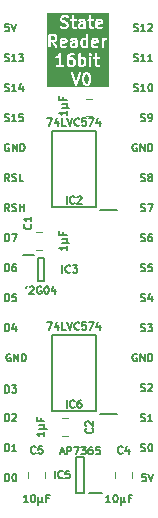
<source format=gto>
%TF.GenerationSoftware,KiCad,Pcbnew,9.0.7*%
%TF.CreationDate,2026-01-29T12:15:36+02:00*%
%TF.ProjectId,State Reader 16bit,53746174-6520-4526-9561-646572203136,V0*%
%TF.SameCoordinates,Original*%
%TF.FileFunction,Legend,Top*%
%TF.FilePolarity,Positive*%
%FSLAX46Y46*%
G04 Gerber Fmt 4.6, Leading zero omitted, Abs format (unit mm)*
G04 Created by KiCad (PCBNEW 9.0.7) date 2026-01-29 12:15:36*
%MOMM*%
%LPD*%
G01*
G04 APERTURE LIST*
%ADD10C,0.150000*%
%ADD11C,0.200000*%
%ADD12C,0.120000*%
G04 APERTURE END LIST*
D10*
X12909744Y-33275725D02*
X13000458Y-33305963D01*
X13000458Y-33305963D02*
X13151649Y-33305963D01*
X13151649Y-33305963D02*
X13212125Y-33275725D01*
X13212125Y-33275725D02*
X13242363Y-33245486D01*
X13242363Y-33245486D02*
X13272601Y-33185010D01*
X13272601Y-33185010D02*
X13272601Y-33124534D01*
X13272601Y-33124534D02*
X13242363Y-33064058D01*
X13242363Y-33064058D02*
X13212125Y-33033820D01*
X13212125Y-33033820D02*
X13151649Y-33003582D01*
X13151649Y-33003582D02*
X13030696Y-32973344D01*
X13030696Y-32973344D02*
X12970220Y-32943105D01*
X12970220Y-32943105D02*
X12939982Y-32912867D01*
X12939982Y-32912867D02*
X12909744Y-32852391D01*
X12909744Y-32852391D02*
X12909744Y-32791915D01*
X12909744Y-32791915D02*
X12939982Y-32731439D01*
X12939982Y-32731439D02*
X12970220Y-32701201D01*
X12970220Y-32701201D02*
X13030696Y-32670963D01*
X13030696Y-32670963D02*
X13181887Y-32670963D01*
X13181887Y-32670963D02*
X13272601Y-32701201D01*
X13877363Y-33305963D02*
X13514506Y-33305963D01*
X13695934Y-33305963D02*
X13695934Y-32670963D01*
X13695934Y-32670963D02*
X13635458Y-32761677D01*
X13635458Y-32761677D02*
X13574982Y-32822153D01*
X13574982Y-32822153D02*
X13514506Y-32852391D01*
X12909744Y-20575725D02*
X13000458Y-20605963D01*
X13000458Y-20605963D02*
X13151649Y-20605963D01*
X13151649Y-20605963D02*
X13212125Y-20575725D01*
X13212125Y-20575725D02*
X13242363Y-20545486D01*
X13242363Y-20545486D02*
X13272601Y-20485010D01*
X13272601Y-20485010D02*
X13272601Y-20424534D01*
X13272601Y-20424534D02*
X13242363Y-20364058D01*
X13242363Y-20364058D02*
X13212125Y-20333820D01*
X13212125Y-20333820D02*
X13151649Y-20303582D01*
X13151649Y-20303582D02*
X13030696Y-20273344D01*
X13030696Y-20273344D02*
X12970220Y-20243105D01*
X12970220Y-20243105D02*
X12939982Y-20212867D01*
X12939982Y-20212867D02*
X12909744Y-20152391D01*
X12909744Y-20152391D02*
X12909744Y-20091915D01*
X12909744Y-20091915D02*
X12939982Y-20031439D01*
X12939982Y-20031439D02*
X12970220Y-20001201D01*
X12970220Y-20001201D02*
X13030696Y-19970963D01*
X13030696Y-19970963D02*
X13181887Y-19970963D01*
X13181887Y-19970963D02*
X13272601Y-20001201D01*
X13847125Y-19970963D02*
X13544744Y-19970963D01*
X13544744Y-19970963D02*
X13514506Y-20273344D01*
X13514506Y-20273344D02*
X13544744Y-20243105D01*
X13544744Y-20243105D02*
X13605220Y-20212867D01*
X13605220Y-20212867D02*
X13756411Y-20212867D01*
X13756411Y-20212867D02*
X13816887Y-20243105D01*
X13816887Y-20243105D02*
X13847125Y-20273344D01*
X13847125Y-20273344D02*
X13877363Y-20333820D01*
X13877363Y-20333820D02*
X13877363Y-20485010D01*
X13877363Y-20485010D02*
X13847125Y-20545486D01*
X13847125Y-20545486D02*
X13816887Y-20575725D01*
X13816887Y-20575725D02*
X13756411Y-20605963D01*
X13756411Y-20605963D02*
X13605220Y-20605963D01*
X13605220Y-20605963D02*
X13544744Y-20575725D01*
X13544744Y-20575725D02*
X13514506Y-20545486D01*
X12909744Y-25655725D02*
X13000458Y-25685963D01*
X13000458Y-25685963D02*
X13151649Y-25685963D01*
X13151649Y-25685963D02*
X13212125Y-25655725D01*
X13212125Y-25655725D02*
X13242363Y-25625486D01*
X13242363Y-25625486D02*
X13272601Y-25565010D01*
X13272601Y-25565010D02*
X13272601Y-25504534D01*
X13272601Y-25504534D02*
X13242363Y-25444058D01*
X13242363Y-25444058D02*
X13212125Y-25413820D01*
X13212125Y-25413820D02*
X13151649Y-25383582D01*
X13151649Y-25383582D02*
X13030696Y-25353344D01*
X13030696Y-25353344D02*
X12970220Y-25323105D01*
X12970220Y-25323105D02*
X12939982Y-25292867D01*
X12939982Y-25292867D02*
X12909744Y-25232391D01*
X12909744Y-25232391D02*
X12909744Y-25171915D01*
X12909744Y-25171915D02*
X12939982Y-25111439D01*
X12939982Y-25111439D02*
X12970220Y-25081201D01*
X12970220Y-25081201D02*
X13030696Y-25050963D01*
X13030696Y-25050963D02*
X13181887Y-25050963D01*
X13181887Y-25050963D02*
X13272601Y-25081201D01*
X13484268Y-25050963D02*
X13877363Y-25050963D01*
X13877363Y-25050963D02*
X13665696Y-25292867D01*
X13665696Y-25292867D02*
X13756411Y-25292867D01*
X13756411Y-25292867D02*
X13816887Y-25323105D01*
X13816887Y-25323105D02*
X13847125Y-25353344D01*
X13847125Y-25353344D02*
X13877363Y-25413820D01*
X13877363Y-25413820D02*
X13877363Y-25565010D01*
X13877363Y-25565010D02*
X13847125Y-25625486D01*
X13847125Y-25625486D02*
X13816887Y-25655725D01*
X13816887Y-25655725D02*
X13756411Y-25685963D01*
X13756411Y-25685963D02*
X13574982Y-25685963D01*
X13574982Y-25685963D02*
X13514506Y-25655725D01*
X13514506Y-25655725D02*
X13484268Y-25625486D01*
X1725493Y-9841201D02*
X1665017Y-9810963D01*
X1665017Y-9810963D02*
X1574303Y-9810963D01*
X1574303Y-9810963D02*
X1483588Y-9841201D01*
X1483588Y-9841201D02*
X1423112Y-9901677D01*
X1423112Y-9901677D02*
X1392874Y-9962153D01*
X1392874Y-9962153D02*
X1362636Y-10083105D01*
X1362636Y-10083105D02*
X1362636Y-10173820D01*
X1362636Y-10173820D02*
X1392874Y-10294772D01*
X1392874Y-10294772D02*
X1423112Y-10355248D01*
X1423112Y-10355248D02*
X1483588Y-10415725D01*
X1483588Y-10415725D02*
X1574303Y-10445963D01*
X1574303Y-10445963D02*
X1634779Y-10445963D01*
X1634779Y-10445963D02*
X1725493Y-10415725D01*
X1725493Y-10415725D02*
X1755731Y-10385486D01*
X1755731Y-10385486D02*
X1755731Y-10173820D01*
X1755731Y-10173820D02*
X1634779Y-10173820D01*
X2027874Y-10445963D02*
X2027874Y-9810963D01*
X2027874Y-9810963D02*
X2390731Y-10445963D01*
X2390731Y-10445963D02*
X2390731Y-9810963D01*
X2693112Y-10445963D02*
X2693112Y-9810963D01*
X2693112Y-9810963D02*
X2844302Y-9810963D01*
X2844302Y-9810963D02*
X2935017Y-9841201D01*
X2935017Y-9841201D02*
X2995493Y-9901677D01*
X2995493Y-9901677D02*
X3025731Y-9962153D01*
X3025731Y-9962153D02*
X3055969Y-10083105D01*
X3055969Y-10083105D02*
X3055969Y-10173820D01*
X3055969Y-10173820D02*
X3025731Y-10294772D01*
X3025731Y-10294772D02*
X2995493Y-10355248D01*
X2995493Y-10355248D02*
X2935017Y-10415725D01*
X2935017Y-10415725D02*
X2844302Y-10445963D01*
X2844302Y-10445963D02*
X2693112Y-10445963D01*
X12909744Y-15495725D02*
X13000458Y-15525963D01*
X13000458Y-15525963D02*
X13151649Y-15525963D01*
X13151649Y-15525963D02*
X13212125Y-15495725D01*
X13212125Y-15495725D02*
X13242363Y-15465486D01*
X13242363Y-15465486D02*
X13272601Y-15405010D01*
X13272601Y-15405010D02*
X13272601Y-15344534D01*
X13272601Y-15344534D02*
X13242363Y-15284058D01*
X13242363Y-15284058D02*
X13212125Y-15253820D01*
X13212125Y-15253820D02*
X13151649Y-15223582D01*
X13151649Y-15223582D02*
X13030696Y-15193344D01*
X13030696Y-15193344D02*
X12970220Y-15163105D01*
X12970220Y-15163105D02*
X12939982Y-15132867D01*
X12939982Y-15132867D02*
X12909744Y-15072391D01*
X12909744Y-15072391D02*
X12909744Y-15011915D01*
X12909744Y-15011915D02*
X12939982Y-14951439D01*
X12939982Y-14951439D02*
X12970220Y-14921201D01*
X12970220Y-14921201D02*
X13030696Y-14890963D01*
X13030696Y-14890963D02*
X13181887Y-14890963D01*
X13181887Y-14890963D02*
X13272601Y-14921201D01*
X13484268Y-14890963D02*
X13907601Y-14890963D01*
X13907601Y-14890963D02*
X13635458Y-15525963D01*
X1755731Y-12985963D02*
X1544064Y-12683582D01*
X1392874Y-12985963D02*
X1392874Y-12350963D01*
X1392874Y-12350963D02*
X1634779Y-12350963D01*
X1634779Y-12350963D02*
X1695255Y-12381201D01*
X1695255Y-12381201D02*
X1725493Y-12411439D01*
X1725493Y-12411439D02*
X1755731Y-12471915D01*
X1755731Y-12471915D02*
X1755731Y-12562629D01*
X1755731Y-12562629D02*
X1725493Y-12623105D01*
X1725493Y-12623105D02*
X1695255Y-12653344D01*
X1695255Y-12653344D02*
X1634779Y-12683582D01*
X1634779Y-12683582D02*
X1392874Y-12683582D01*
X1997636Y-12955725D02*
X2088350Y-12985963D01*
X2088350Y-12985963D02*
X2239541Y-12985963D01*
X2239541Y-12985963D02*
X2300017Y-12955725D01*
X2300017Y-12955725D02*
X2330255Y-12925486D01*
X2330255Y-12925486D02*
X2360493Y-12865010D01*
X2360493Y-12865010D02*
X2360493Y-12804534D01*
X2360493Y-12804534D02*
X2330255Y-12744058D01*
X2330255Y-12744058D02*
X2300017Y-12713820D01*
X2300017Y-12713820D02*
X2239541Y-12683582D01*
X2239541Y-12683582D02*
X2118588Y-12653344D01*
X2118588Y-12653344D02*
X2058112Y-12623105D01*
X2058112Y-12623105D02*
X2027874Y-12592867D01*
X2027874Y-12592867D02*
X1997636Y-12532391D01*
X1997636Y-12532391D02*
X1997636Y-12471915D01*
X1997636Y-12471915D02*
X2027874Y-12411439D01*
X2027874Y-12411439D02*
X2058112Y-12381201D01*
X2058112Y-12381201D02*
X2118588Y-12350963D01*
X2118588Y-12350963D02*
X2269779Y-12350963D01*
X2269779Y-12350963D02*
X2360493Y-12381201D01*
X2935017Y-12985963D02*
X2632636Y-12985963D01*
X2632636Y-12985963D02*
X2632636Y-12350963D01*
X1392874Y-18065963D02*
X1392874Y-17430963D01*
X1392874Y-17430963D02*
X1544064Y-17430963D01*
X1544064Y-17430963D02*
X1634779Y-17461201D01*
X1634779Y-17461201D02*
X1695255Y-17521677D01*
X1695255Y-17521677D02*
X1725493Y-17582153D01*
X1725493Y-17582153D02*
X1755731Y-17703105D01*
X1755731Y-17703105D02*
X1755731Y-17793820D01*
X1755731Y-17793820D02*
X1725493Y-17914772D01*
X1725493Y-17914772D02*
X1695255Y-17975248D01*
X1695255Y-17975248D02*
X1634779Y-18035725D01*
X1634779Y-18035725D02*
X1544064Y-18065963D01*
X1544064Y-18065963D02*
X1392874Y-18065963D01*
X1967398Y-17430963D02*
X2390731Y-17430963D01*
X2390731Y-17430963D02*
X2118588Y-18065963D01*
X1392874Y-25685963D02*
X1392874Y-25050963D01*
X1392874Y-25050963D02*
X1544064Y-25050963D01*
X1544064Y-25050963D02*
X1634779Y-25081201D01*
X1634779Y-25081201D02*
X1695255Y-25141677D01*
X1695255Y-25141677D02*
X1725493Y-25202153D01*
X1725493Y-25202153D02*
X1755731Y-25323105D01*
X1755731Y-25323105D02*
X1755731Y-25413820D01*
X1755731Y-25413820D02*
X1725493Y-25534772D01*
X1725493Y-25534772D02*
X1695255Y-25595248D01*
X1695255Y-25595248D02*
X1634779Y-25655725D01*
X1634779Y-25655725D02*
X1544064Y-25685963D01*
X1544064Y-25685963D02*
X1392874Y-25685963D01*
X2300017Y-25262629D02*
X2300017Y-25685963D01*
X2148826Y-25020725D02*
X1997636Y-25474296D01*
X1997636Y-25474296D02*
X2390731Y-25474296D01*
X12304982Y-2795725D02*
X12395696Y-2825963D01*
X12395696Y-2825963D02*
X12546887Y-2825963D01*
X12546887Y-2825963D02*
X12607363Y-2795725D01*
X12607363Y-2795725D02*
X12637601Y-2765486D01*
X12637601Y-2765486D02*
X12667839Y-2705010D01*
X12667839Y-2705010D02*
X12667839Y-2644534D01*
X12667839Y-2644534D02*
X12637601Y-2584058D01*
X12637601Y-2584058D02*
X12607363Y-2553820D01*
X12607363Y-2553820D02*
X12546887Y-2523582D01*
X12546887Y-2523582D02*
X12425934Y-2493344D01*
X12425934Y-2493344D02*
X12365458Y-2463105D01*
X12365458Y-2463105D02*
X12335220Y-2432867D01*
X12335220Y-2432867D02*
X12304982Y-2372391D01*
X12304982Y-2372391D02*
X12304982Y-2311915D01*
X12304982Y-2311915D02*
X12335220Y-2251439D01*
X12335220Y-2251439D02*
X12365458Y-2221201D01*
X12365458Y-2221201D02*
X12425934Y-2190963D01*
X12425934Y-2190963D02*
X12577125Y-2190963D01*
X12577125Y-2190963D02*
X12667839Y-2221201D01*
X13272601Y-2825963D02*
X12909744Y-2825963D01*
X13091172Y-2825963D02*
X13091172Y-2190963D01*
X13091172Y-2190963D02*
X13030696Y-2281677D01*
X13030696Y-2281677D02*
X12970220Y-2342153D01*
X12970220Y-2342153D02*
X12909744Y-2372391D01*
X13877363Y-2825963D02*
X13514506Y-2825963D01*
X13695934Y-2825963D02*
X13695934Y-2190963D01*
X13695934Y-2190963D02*
X13635458Y-2281677D01*
X13635458Y-2281677D02*
X13574982Y-2342153D01*
X13574982Y-2342153D02*
X13514506Y-2372391D01*
X1362636Y-5335725D02*
X1453350Y-5365963D01*
X1453350Y-5365963D02*
X1604541Y-5365963D01*
X1604541Y-5365963D02*
X1665017Y-5335725D01*
X1665017Y-5335725D02*
X1695255Y-5305486D01*
X1695255Y-5305486D02*
X1725493Y-5245010D01*
X1725493Y-5245010D02*
X1725493Y-5184534D01*
X1725493Y-5184534D02*
X1695255Y-5124058D01*
X1695255Y-5124058D02*
X1665017Y-5093820D01*
X1665017Y-5093820D02*
X1604541Y-5063582D01*
X1604541Y-5063582D02*
X1483588Y-5033344D01*
X1483588Y-5033344D02*
X1423112Y-5003105D01*
X1423112Y-5003105D02*
X1392874Y-4972867D01*
X1392874Y-4972867D02*
X1362636Y-4912391D01*
X1362636Y-4912391D02*
X1362636Y-4851915D01*
X1362636Y-4851915D02*
X1392874Y-4791439D01*
X1392874Y-4791439D02*
X1423112Y-4761201D01*
X1423112Y-4761201D02*
X1483588Y-4730963D01*
X1483588Y-4730963D02*
X1634779Y-4730963D01*
X1634779Y-4730963D02*
X1725493Y-4761201D01*
X2330255Y-5365963D02*
X1967398Y-5365963D01*
X2148826Y-5365963D02*
X2148826Y-4730963D01*
X2148826Y-4730963D02*
X2088350Y-4821677D01*
X2088350Y-4821677D02*
X2027874Y-4882153D01*
X2027874Y-4882153D02*
X1967398Y-4912391D01*
X2874541Y-4942629D02*
X2874541Y-5365963D01*
X2723350Y-4700725D02*
X2572160Y-5154296D01*
X2572160Y-5154296D02*
X2965255Y-5154296D01*
X1392874Y-33305963D02*
X1392874Y-32670963D01*
X1392874Y-32670963D02*
X1544064Y-32670963D01*
X1544064Y-32670963D02*
X1634779Y-32701201D01*
X1634779Y-32701201D02*
X1695255Y-32761677D01*
X1695255Y-32761677D02*
X1725493Y-32822153D01*
X1725493Y-32822153D02*
X1755731Y-32943105D01*
X1755731Y-32943105D02*
X1755731Y-33033820D01*
X1755731Y-33033820D02*
X1725493Y-33154772D01*
X1725493Y-33154772D02*
X1695255Y-33215248D01*
X1695255Y-33215248D02*
X1634779Y-33275725D01*
X1634779Y-33275725D02*
X1544064Y-33305963D01*
X1544064Y-33305963D02*
X1392874Y-33305963D01*
X1997636Y-32731439D02*
X2027874Y-32701201D01*
X2027874Y-32701201D02*
X2088350Y-32670963D01*
X2088350Y-32670963D02*
X2239541Y-32670963D01*
X2239541Y-32670963D02*
X2300017Y-32701201D01*
X2300017Y-32701201D02*
X2330255Y-32731439D01*
X2330255Y-32731439D02*
X2360493Y-32791915D01*
X2360493Y-32791915D02*
X2360493Y-32852391D01*
X2360493Y-32852391D02*
X2330255Y-32943105D01*
X2330255Y-32943105D02*
X1967398Y-33305963D01*
X1967398Y-33305963D02*
X2360493Y-33305963D01*
X12909744Y-30735725D02*
X13000458Y-30765963D01*
X13000458Y-30765963D02*
X13151649Y-30765963D01*
X13151649Y-30765963D02*
X13212125Y-30735725D01*
X13212125Y-30735725D02*
X13242363Y-30705486D01*
X13242363Y-30705486D02*
X13272601Y-30645010D01*
X13272601Y-30645010D02*
X13272601Y-30584534D01*
X13272601Y-30584534D02*
X13242363Y-30524058D01*
X13242363Y-30524058D02*
X13212125Y-30493820D01*
X13212125Y-30493820D02*
X13151649Y-30463582D01*
X13151649Y-30463582D02*
X13030696Y-30433344D01*
X13030696Y-30433344D02*
X12970220Y-30403105D01*
X12970220Y-30403105D02*
X12939982Y-30372867D01*
X12939982Y-30372867D02*
X12909744Y-30312391D01*
X12909744Y-30312391D02*
X12909744Y-30251915D01*
X12909744Y-30251915D02*
X12939982Y-30191439D01*
X12939982Y-30191439D02*
X12970220Y-30161201D01*
X12970220Y-30161201D02*
X13030696Y-30130963D01*
X13030696Y-30130963D02*
X13181887Y-30130963D01*
X13181887Y-30130963D02*
X13272601Y-30161201D01*
X13514506Y-30191439D02*
X13544744Y-30161201D01*
X13544744Y-30161201D02*
X13605220Y-30130963D01*
X13605220Y-30130963D02*
X13756411Y-30130963D01*
X13756411Y-30130963D02*
X13816887Y-30161201D01*
X13816887Y-30161201D02*
X13847125Y-30191439D01*
X13847125Y-30191439D02*
X13877363Y-30251915D01*
X13877363Y-30251915D02*
X13877363Y-30312391D01*
X13877363Y-30312391D02*
X13847125Y-30403105D01*
X13847125Y-30403105D02*
X13484268Y-30765963D01*
X13484268Y-30765963D02*
X13877363Y-30765963D01*
D11*
G36*
X8386192Y-3950024D02*
G01*
X8410861Y-3974692D01*
X8446314Y-4045599D01*
X8488285Y-4213480D01*
X8488285Y-4426956D01*
X8446314Y-4594837D01*
X8410861Y-4665743D01*
X8386192Y-4690413D01*
X8326583Y-4720219D01*
X8278559Y-4720219D01*
X8218949Y-4690414D01*
X8194282Y-4665746D01*
X8158827Y-4594837D01*
X8116857Y-4426956D01*
X8116857Y-4213481D01*
X8158827Y-4045599D01*
X8194281Y-3974692D01*
X8218949Y-3950023D01*
X8278559Y-3920219D01*
X8326583Y-3920219D01*
X8386192Y-3950024D01*
G37*
G36*
X7124287Y-2721032D02*
G01*
X7148956Y-2745700D01*
X7178761Y-2805310D01*
X7178761Y-2996191D01*
X7148956Y-3055799D01*
X7124287Y-3080469D01*
X7064678Y-3110275D01*
X6921416Y-3110275D01*
X6861806Y-3080470D01*
X6837139Y-3055802D01*
X6807333Y-2996190D01*
X6807333Y-2805310D01*
X6837138Y-2745700D01*
X6861806Y-2721031D01*
X6921416Y-2691227D01*
X7064678Y-2691227D01*
X7124287Y-2721032D01*
G37*
G36*
X8029049Y-2673413D02*
G01*
X8053718Y-2698081D01*
X8083523Y-2757691D01*
X8083523Y-2996191D01*
X8053718Y-3055799D01*
X8029049Y-3080469D01*
X7969440Y-3110275D01*
X7826178Y-3110275D01*
X7807333Y-3100852D01*
X7807333Y-2653030D01*
X7826178Y-2643608D01*
X7969440Y-2643608D01*
X8029049Y-2673413D01*
G37*
G36*
X6466130Y-1055819D02*
G01*
X6483580Y-1090719D01*
X6212095Y-1145016D01*
X6212095Y-1100128D01*
X6234250Y-1055818D01*
X6278559Y-1033664D01*
X6421821Y-1033664D01*
X6466130Y-1055819D01*
G37*
G36*
X7345428Y-1490908D02*
G01*
X7326583Y-1500331D01*
X7135702Y-1500331D01*
X7091392Y-1478176D01*
X7069238Y-1433866D01*
X7069238Y-1385842D01*
X7091393Y-1341532D01*
X7135702Y-1319378D01*
X7345428Y-1319378D01*
X7345428Y-1490908D01*
G37*
G36*
X8250190Y-1043086D02*
G01*
X8250190Y-1490908D01*
X8231345Y-1500331D01*
X8088083Y-1500331D01*
X8028473Y-1470526D01*
X8003806Y-1445858D01*
X7974000Y-1386246D01*
X7974000Y-1147747D01*
X8003805Y-1088137D01*
X8028473Y-1063468D01*
X8088083Y-1033664D01*
X8231345Y-1033664D01*
X8250190Y-1043086D01*
G37*
G36*
X9132797Y-1055819D02*
G01*
X9150247Y-1090719D01*
X8878762Y-1145016D01*
X8878762Y-1100128D01*
X8900917Y-1055818D01*
X8945226Y-1033664D01*
X9088488Y-1033664D01*
X9132797Y-1055819D01*
G37*
G36*
X5576668Y-730136D02*
G01*
X5601337Y-754804D01*
X5631142Y-814414D01*
X5631142Y-910057D01*
X5601337Y-969666D01*
X5576668Y-994334D01*
X5517059Y-1024140D01*
X5259714Y-1024140D01*
X5259714Y-700331D01*
X5517059Y-700331D01*
X5576668Y-730136D01*
G37*
G36*
X8035904Y119034D02*
G01*
X8017060Y109612D01*
X7826177Y109612D01*
X7781869Y131766D01*
X7759714Y176077D01*
X7759714Y224100D01*
X7781869Y268410D01*
X7826178Y290565D01*
X8035904Y290565D01*
X8035904Y119034D01*
G37*
G36*
X9489940Y554123D02*
G01*
X9507390Y519223D01*
X9235905Y464926D01*
X9235905Y509814D01*
X9258060Y554124D01*
X9302369Y576279D01*
X9445631Y576279D01*
X9489940Y554123D01*
G37*
G36*
X10178428Y-5031330D02*
G01*
X4948603Y-5031330D01*
X4948603Y-3832726D01*
X6965261Y-3832726D01*
X6969608Y-3851842D01*
X7302941Y-4851841D01*
X7310932Y-4869742D01*
X7315615Y-4875141D01*
X7318810Y-4881531D01*
X7328281Y-4889746D01*
X7336497Y-4899218D01*
X7342885Y-4902412D01*
X7348286Y-4907096D01*
X7360187Y-4911063D01*
X7371396Y-4916667D01*
X7378520Y-4917173D01*
X7385302Y-4919434D01*
X7397811Y-4918544D01*
X7410316Y-4919434D01*
X7417094Y-4917174D01*
X7424222Y-4916668D01*
X7435438Y-4911059D01*
X7447332Y-4907095D01*
X7452729Y-4902414D01*
X7459121Y-4899218D01*
X7467339Y-4889742D01*
X7476808Y-4881530D01*
X7480001Y-4875143D01*
X7484686Y-4869742D01*
X7492677Y-4851842D01*
X7709567Y-4201171D01*
X7916857Y-4201171D01*
X7916857Y-4439266D01*
X7917192Y-4442668D01*
X7916975Y-4444127D01*
X7918054Y-4451424D01*
X7918778Y-4458775D01*
X7919342Y-4460138D01*
X7919843Y-4463520D01*
X7967462Y-4653995D01*
X7967975Y-4655432D01*
X7968027Y-4656155D01*
X7971135Y-4664279D01*
X7974057Y-4672456D01*
X7974487Y-4673036D01*
X7975033Y-4674463D01*
X8022652Y-4769701D01*
X8027935Y-4778093D01*
X8028947Y-4780537D01*
X8031203Y-4783286D01*
X8033095Y-4786291D01*
X8035089Y-4788020D01*
X8041384Y-4795690D01*
X8089002Y-4843310D01*
X8096670Y-4849603D01*
X8098402Y-4851600D01*
X8101410Y-4853493D01*
X8104156Y-4855747D01*
X8106596Y-4856757D01*
X8114993Y-4862043D01*
X8210230Y-4909662D01*
X8228539Y-4916668D01*
X8232122Y-4916922D01*
X8235443Y-4918298D01*
X8254952Y-4920219D01*
X8350190Y-4920219D01*
X8369699Y-4918298D01*
X8373019Y-4916922D01*
X8376603Y-4916668D01*
X8394911Y-4909662D01*
X8490149Y-4862043D01*
X8498544Y-4856758D01*
X8500986Y-4855747D01*
X8503733Y-4853491D01*
X8506739Y-4851600D01*
X8508469Y-4849605D01*
X8516139Y-4843310D01*
X8563758Y-4795690D01*
X8570050Y-4788023D01*
X8572047Y-4786292D01*
X8573940Y-4783284D01*
X8576195Y-4780537D01*
X8577206Y-4778095D01*
X8582490Y-4769701D01*
X8630109Y-4674464D01*
X8630655Y-4673035D01*
X8631085Y-4672456D01*
X8634006Y-4664279D01*
X8637115Y-4656155D01*
X8637166Y-4655434D01*
X8637680Y-4653996D01*
X8685299Y-4463520D01*
X8685799Y-4460138D01*
X8686364Y-4458775D01*
X8687087Y-4451424D01*
X8688167Y-4444127D01*
X8687949Y-4442668D01*
X8688285Y-4439266D01*
X8688285Y-4201171D01*
X8687949Y-4197768D01*
X8688167Y-4196310D01*
X8687087Y-4189012D01*
X8686364Y-4181662D01*
X8685799Y-4180298D01*
X8685299Y-4176917D01*
X8637680Y-3986441D01*
X8637166Y-3985002D01*
X8637115Y-3984282D01*
X8634006Y-3976157D01*
X8631085Y-3967981D01*
X8630655Y-3967401D01*
X8630109Y-3965973D01*
X8582490Y-3870736D01*
X8577204Y-3862339D01*
X8576194Y-3859899D01*
X8573940Y-3857153D01*
X8572047Y-3854145D01*
X8570049Y-3852412D01*
X8563757Y-3844746D01*
X8516139Y-3797127D01*
X8508468Y-3790832D01*
X8506739Y-3788838D01*
X8503731Y-3786944D01*
X8500985Y-3784691D01*
X8498545Y-3783680D01*
X8490149Y-3778395D01*
X8394911Y-3730776D01*
X8376603Y-3723770D01*
X8373019Y-3723515D01*
X8369699Y-3722140D01*
X8350190Y-3720219D01*
X8254952Y-3720219D01*
X8235443Y-3722140D01*
X8232122Y-3723515D01*
X8228539Y-3723770D01*
X8210230Y-3730776D01*
X8114993Y-3778395D01*
X8106596Y-3783680D01*
X8104156Y-3784691D01*
X8101410Y-3786944D01*
X8098402Y-3788838D01*
X8096669Y-3790835D01*
X8089003Y-3797128D01*
X8041384Y-3844746D01*
X8035089Y-3852416D01*
X8033095Y-3854146D01*
X8031201Y-3857153D01*
X8028948Y-3859900D01*
X8027937Y-3862339D01*
X8022652Y-3870736D01*
X7975033Y-3965974D01*
X7974487Y-3967400D01*
X7974057Y-3967981D01*
X7971135Y-3976157D01*
X7968027Y-3984282D01*
X7967975Y-3985004D01*
X7967462Y-3986442D01*
X7919843Y-4176917D01*
X7919342Y-4180298D01*
X7918778Y-4181662D01*
X7918054Y-4189012D01*
X7916975Y-4196310D01*
X7917192Y-4197768D01*
X7916857Y-4201171D01*
X7709567Y-4201171D01*
X7826010Y-3851842D01*
X7830357Y-3832727D01*
X7827591Y-3793807D01*
X7810141Y-3758908D01*
X7780665Y-3733343D01*
X7743649Y-3721004D01*
X7704729Y-3723771D01*
X7669830Y-3741220D01*
X7644265Y-3770696D01*
X7636274Y-3788597D01*
X7397809Y-4503991D01*
X7159344Y-3788596D01*
X7151353Y-3770696D01*
X7125788Y-3741220D01*
X7090889Y-3723770D01*
X7051969Y-3721004D01*
X7014953Y-3733342D01*
X6985477Y-3758907D01*
X6968027Y-3793806D01*
X6965261Y-3832726D01*
X4948603Y-3832726D01*
X4948603Y-2483482D01*
X5655737Y-2483482D01*
X5658503Y-2522402D01*
X5675952Y-2557301D01*
X5705429Y-2582865D01*
X5742445Y-2595204D01*
X5781365Y-2592438D01*
X5799673Y-2585432D01*
X5894911Y-2537813D01*
X5903307Y-2532527D01*
X5905747Y-2531517D01*
X5908493Y-2529263D01*
X5911501Y-2527370D01*
X5913230Y-2525375D01*
X5920901Y-2519081D01*
X5940666Y-2499316D01*
X5940666Y-3110275D01*
X5754952Y-3110275D01*
X5735443Y-3112196D01*
X5699395Y-3127128D01*
X5671805Y-3154718D01*
X5656873Y-3190766D01*
X5656873Y-3229784D01*
X5671805Y-3265832D01*
X5699395Y-3293422D01*
X5735443Y-3308354D01*
X5754952Y-3310275D01*
X6326380Y-3310275D01*
X6345889Y-3308354D01*
X6381937Y-3293422D01*
X6409527Y-3265832D01*
X6424459Y-3229784D01*
X6424459Y-3190766D01*
X6409527Y-3154718D01*
X6381937Y-3127128D01*
X6345889Y-3112196D01*
X6326380Y-3110275D01*
X6140666Y-3110275D01*
X6140666Y-2638846D01*
X6607333Y-2638846D01*
X6607333Y-3019798D01*
X6609254Y-3039307D01*
X6610629Y-3042627D01*
X6610884Y-3046211D01*
X6617890Y-3064519D01*
X6665509Y-3159757D01*
X6670792Y-3168149D01*
X6671804Y-3170593D01*
X6674060Y-3173342D01*
X6675952Y-3176347D01*
X6677946Y-3178076D01*
X6684241Y-3185746D01*
X6731859Y-3233366D01*
X6739527Y-3239659D01*
X6741259Y-3241656D01*
X6744267Y-3243549D01*
X6747013Y-3245803D01*
X6749453Y-3246813D01*
X6757850Y-3252099D01*
X6853087Y-3299718D01*
X6871396Y-3306724D01*
X6874979Y-3306978D01*
X6878300Y-3308354D01*
X6897809Y-3310275D01*
X7088285Y-3310275D01*
X7107794Y-3308354D01*
X7111114Y-3306978D01*
X7114698Y-3306724D01*
X7133006Y-3299718D01*
X7228244Y-3252099D01*
X7236639Y-3246814D01*
X7239081Y-3245803D01*
X7241828Y-3243547D01*
X7244834Y-3241656D01*
X7246564Y-3239661D01*
X7254234Y-3233366D01*
X7301853Y-3185746D01*
X7308145Y-3178079D01*
X7310142Y-3176348D01*
X7312035Y-3173340D01*
X7314290Y-3170593D01*
X7315301Y-3168151D01*
X7320585Y-3159757D01*
X7368204Y-3064520D01*
X7375210Y-3046211D01*
X7375464Y-3042627D01*
X7376840Y-3039307D01*
X7378761Y-3019798D01*
X7378761Y-2781703D01*
X7376840Y-2762194D01*
X7375464Y-2758873D01*
X7375210Y-2755290D01*
X7368204Y-2736981D01*
X7320585Y-2641744D01*
X7315299Y-2633347D01*
X7314289Y-2630907D01*
X7312035Y-2628161D01*
X7310142Y-2625153D01*
X7308144Y-2623420D01*
X7301852Y-2615754D01*
X7254234Y-2568135D01*
X7246563Y-2561840D01*
X7244834Y-2559846D01*
X7241826Y-2557952D01*
X7239080Y-2555699D01*
X7236640Y-2554688D01*
X7228244Y-2549403D01*
X7133006Y-2501784D01*
X7114698Y-2494778D01*
X7111114Y-2494523D01*
X7107794Y-2493148D01*
X7088285Y-2491227D01*
X6897809Y-2491227D01*
X6878300Y-2493148D01*
X6874979Y-2494523D01*
X6871396Y-2494778D01*
X6853087Y-2501784D01*
X6843474Y-2506590D01*
X6847765Y-2489428D01*
X6927901Y-2369223D01*
X6957044Y-2340079D01*
X7016654Y-2310275D01*
X7183523Y-2310275D01*
X7203032Y-2308354D01*
X7239080Y-2293422D01*
X7266670Y-2265832D01*
X7281602Y-2229784D01*
X7281602Y-2210275D01*
X7607333Y-2210275D01*
X7607333Y-3210275D01*
X7609254Y-3229784D01*
X7624186Y-3265832D01*
X7651776Y-3293422D01*
X7687824Y-3308354D01*
X7726842Y-3308354D01*
X7753246Y-3297416D01*
X7757849Y-3299718D01*
X7776158Y-3306724D01*
X7779741Y-3306978D01*
X7783062Y-3308354D01*
X7802571Y-3310275D01*
X7993047Y-3310275D01*
X8012556Y-3308354D01*
X8015876Y-3306978D01*
X8019460Y-3306724D01*
X8037768Y-3299718D01*
X8133006Y-3252099D01*
X8141401Y-3246814D01*
X8143843Y-3245803D01*
X8146590Y-3243547D01*
X8149596Y-3241656D01*
X8151326Y-3239661D01*
X8158996Y-3233366D01*
X8206615Y-3185746D01*
X8212907Y-3178079D01*
X8214904Y-3176348D01*
X8216797Y-3173340D01*
X8219052Y-3170593D01*
X8220063Y-3168151D01*
X8225347Y-3159757D01*
X8272966Y-3064520D01*
X8279972Y-3046211D01*
X8280226Y-3042627D01*
X8281602Y-3039307D01*
X8283523Y-3019798D01*
X8283523Y-2734084D01*
X8281602Y-2714575D01*
X8280226Y-2711254D01*
X8279972Y-2707671D01*
X8272966Y-2689362D01*
X8225347Y-2594125D01*
X8220061Y-2585728D01*
X8219051Y-2583288D01*
X8216797Y-2580542D01*
X8214904Y-2577534D01*
X8212906Y-2575801D01*
X8206614Y-2568135D01*
X8182088Y-2543608D01*
X8512095Y-2543608D01*
X8512095Y-3210275D01*
X8514016Y-3229784D01*
X8528948Y-3265832D01*
X8556538Y-3293422D01*
X8592586Y-3308354D01*
X8631604Y-3308354D01*
X8667652Y-3293422D01*
X8695242Y-3265832D01*
X8710174Y-3229784D01*
X8712095Y-3210275D01*
X8712095Y-2543608D01*
X8710174Y-2524099D01*
X8847349Y-2524099D01*
X8847349Y-2563117D01*
X8862281Y-2599165D01*
X8889871Y-2626755D01*
X8925919Y-2641687D01*
X8945428Y-2643608D01*
X8988285Y-2643608D01*
X8988285Y-3067417D01*
X8990206Y-3086926D01*
X8991581Y-3090246D01*
X8991836Y-3093829D01*
X8998842Y-3112138D01*
X9046461Y-3207377D01*
X9048514Y-3210640D01*
X9049028Y-3212179D01*
X9050690Y-3214095D01*
X9056904Y-3223967D01*
X9066375Y-3232181D01*
X9074592Y-3241656D01*
X9084462Y-3247868D01*
X9086380Y-3249532D01*
X9087920Y-3250045D01*
X9091183Y-3252099D01*
X9186420Y-3299718D01*
X9204729Y-3306724D01*
X9208312Y-3306978D01*
X9211633Y-3308354D01*
X9231142Y-3310275D01*
X9326380Y-3310275D01*
X9345889Y-3308354D01*
X9381937Y-3293422D01*
X9409527Y-3265832D01*
X9424459Y-3229784D01*
X9424459Y-3190766D01*
X9409527Y-3154718D01*
X9381937Y-3127128D01*
X9345889Y-3112196D01*
X9326380Y-3110275D01*
X9254749Y-3110275D01*
X9210439Y-3088120D01*
X9188285Y-3043810D01*
X9188285Y-2643608D01*
X9326380Y-2643608D01*
X9345889Y-2641687D01*
X9381937Y-2626755D01*
X9409527Y-2599165D01*
X9424459Y-2563117D01*
X9424459Y-2524099D01*
X9409527Y-2488051D01*
X9381937Y-2460461D01*
X9345889Y-2445529D01*
X9326380Y-2443608D01*
X9188285Y-2443608D01*
X9188285Y-2210275D01*
X9186364Y-2190766D01*
X9171432Y-2154718D01*
X9143842Y-2127128D01*
X9107794Y-2112196D01*
X9068776Y-2112196D01*
X9032728Y-2127128D01*
X9005138Y-2154718D01*
X8990206Y-2190766D01*
X8988285Y-2210275D01*
X8988285Y-2443608D01*
X8945428Y-2443608D01*
X8925919Y-2445529D01*
X8889871Y-2460461D01*
X8862281Y-2488051D01*
X8847349Y-2524099D01*
X8710174Y-2524099D01*
X8695242Y-2488051D01*
X8667652Y-2460461D01*
X8631604Y-2445529D01*
X8592586Y-2445529D01*
X8556538Y-2460461D01*
X8528948Y-2488051D01*
X8514016Y-2524099D01*
X8512095Y-2543608D01*
X8182088Y-2543608D01*
X8158996Y-2520516D01*
X8151325Y-2514221D01*
X8149596Y-2512227D01*
X8146588Y-2510333D01*
X8143842Y-2508080D01*
X8141402Y-2507069D01*
X8133006Y-2501784D01*
X8037768Y-2454165D01*
X8019460Y-2447159D01*
X8015876Y-2446904D01*
X8012556Y-2445529D01*
X7993047Y-2443608D01*
X7807333Y-2443608D01*
X7807333Y-2238385D01*
X8466397Y-2238385D01*
X8466397Y-2277403D01*
X8481329Y-2313451D01*
X8493765Y-2328605D01*
X8541384Y-2376223D01*
X8556537Y-2388660D01*
X8563387Y-2391497D01*
X8592586Y-2403592D01*
X8631604Y-2403592D01*
X8667652Y-2388660D01*
X8682806Y-2376224D01*
X8730424Y-2328605D01*
X8742861Y-2313452D01*
X8757792Y-2277403D01*
X8757792Y-2238385D01*
X8756277Y-2234728D01*
X8742861Y-2202336D01*
X8730424Y-2187183D01*
X8682806Y-2139564D01*
X8667652Y-2127128D01*
X8631604Y-2112196D01*
X8592586Y-2112196D01*
X8567095Y-2122754D01*
X8556537Y-2127128D01*
X8541384Y-2139565D01*
X8493765Y-2187183D01*
X8481330Y-2202336D01*
X8481329Y-2202337D01*
X8466397Y-2238385D01*
X7807333Y-2238385D01*
X7807333Y-2210275D01*
X7805412Y-2190766D01*
X7790480Y-2154718D01*
X7762890Y-2127128D01*
X7726842Y-2112196D01*
X7687824Y-2112196D01*
X7651776Y-2127128D01*
X7624186Y-2154718D01*
X7609254Y-2190766D01*
X7607333Y-2210275D01*
X7281602Y-2210275D01*
X7281602Y-2190766D01*
X7266670Y-2154718D01*
X7239080Y-2127128D01*
X7203032Y-2112196D01*
X7183523Y-2110275D01*
X6993047Y-2110275D01*
X6973538Y-2112196D01*
X6970217Y-2113571D01*
X6966634Y-2113826D01*
X6948325Y-2120832D01*
X6853088Y-2168451D01*
X6844691Y-2173736D01*
X6842251Y-2174747D01*
X6839505Y-2177000D01*
X6836497Y-2178894D01*
X6834764Y-2180891D01*
X6827098Y-2187184D01*
X6779479Y-2234802D01*
X6779434Y-2234856D01*
X6779405Y-2234876D01*
X6773223Y-2242424D01*
X6767043Y-2249956D01*
X6767029Y-2249988D01*
X6766985Y-2250043D01*
X6671747Y-2392900D01*
X6666004Y-2403669D01*
X6664533Y-2405656D01*
X6663695Y-2408001D01*
X6662524Y-2410198D01*
X6662044Y-2412621D01*
X6657938Y-2424117D01*
X6610319Y-2614592D01*
X6609818Y-2617973D01*
X6609254Y-2619337D01*
X6608530Y-2626687D01*
X6607451Y-2633985D01*
X6607668Y-2635443D01*
X6607333Y-2638846D01*
X6140666Y-2638846D01*
X6140666Y-2210275D01*
X6140659Y-2210204D01*
X6140666Y-2210170D01*
X6140645Y-2210068D01*
X6138745Y-2190766D01*
X6134955Y-2181617D01*
X6133014Y-2171910D01*
X6127562Y-2163769D01*
X6123813Y-2154718D01*
X6116813Y-2147718D01*
X6111303Y-2139490D01*
X6103148Y-2134053D01*
X6096223Y-2127128D01*
X6087079Y-2123340D01*
X6078838Y-2117846D01*
X6069224Y-2115944D01*
X6060175Y-2112196D01*
X6050274Y-2112196D01*
X6040562Y-2110275D01*
X6030957Y-2112196D01*
X6021157Y-2112196D01*
X6012008Y-2115985D01*
X6002301Y-2117927D01*
X5994160Y-2123378D01*
X5985109Y-2127128D01*
X5978109Y-2134127D01*
X5969881Y-2139638D01*
X5957592Y-2154644D01*
X5957519Y-2154718D01*
X5957505Y-2154750D01*
X5957461Y-2154805D01*
X5867717Y-2289421D01*
X5790953Y-2366184D01*
X5710231Y-2406546D01*
X5693640Y-2416989D01*
X5668076Y-2446466D01*
X5655737Y-2483482D01*
X4948603Y-2483482D01*
X4948603Y-600331D01*
X5059714Y-600331D01*
X5059714Y-1600331D01*
X5061635Y-1619840D01*
X5076567Y-1655888D01*
X5104157Y-1683478D01*
X5140205Y-1698410D01*
X5179223Y-1698410D01*
X5215271Y-1683478D01*
X5242861Y-1655888D01*
X5257793Y-1619840D01*
X5259714Y-1600331D01*
X5259714Y-1224140D01*
X5345744Y-1224140D01*
X5649219Y-1657677D01*
X5661980Y-1672558D01*
X5694885Y-1693527D01*
X5733310Y-1700308D01*
X5771404Y-1691868D01*
X5803369Y-1669493D01*
X5824338Y-1636588D01*
X5831119Y-1598164D01*
X5822679Y-1560069D01*
X5813065Y-1542985D01*
X5583097Y-1214459D01*
X5585387Y-1213583D01*
X5680625Y-1165964D01*
X5689021Y-1160678D01*
X5691461Y-1159668D01*
X5694207Y-1157414D01*
X5697215Y-1155521D01*
X5698944Y-1153526D01*
X5706615Y-1147232D01*
X5754233Y-1099613D01*
X5760525Y-1091946D01*
X5762523Y-1090214D01*
X5764416Y-1087205D01*
X5766670Y-1084460D01*
X5767680Y-1082019D01*
X5771141Y-1076521D01*
X6012095Y-1076521D01*
X6012095Y-1457473D01*
X6014016Y-1476982D01*
X6015391Y-1480302D01*
X6015646Y-1483885D01*
X6022652Y-1502194D01*
X6070271Y-1597433D01*
X6072324Y-1600696D01*
X6072838Y-1602235D01*
X6074500Y-1604151D01*
X6080714Y-1614023D01*
X6090185Y-1622237D01*
X6098402Y-1631712D01*
X6108272Y-1637924D01*
X6110190Y-1639588D01*
X6111730Y-1640101D01*
X6114993Y-1642155D01*
X6210230Y-1689774D01*
X6228539Y-1696780D01*
X6232122Y-1697034D01*
X6235443Y-1698410D01*
X6254952Y-1700331D01*
X6445428Y-1700331D01*
X6464937Y-1698410D01*
X6468257Y-1697034D01*
X6471841Y-1696780D01*
X6490149Y-1689774D01*
X6585387Y-1642155D01*
X6601977Y-1631712D01*
X6627542Y-1602235D01*
X6639880Y-1565219D01*
X6637115Y-1526299D01*
X6619666Y-1491401D01*
X6590189Y-1465836D01*
X6553173Y-1453497D01*
X6514253Y-1456263D01*
X6495944Y-1463269D01*
X6421821Y-1500331D01*
X6278559Y-1500331D01*
X6234249Y-1478176D01*
X6212095Y-1433866D01*
X6212095Y-1362235D01*
X6869238Y-1362235D01*
X6869238Y-1457473D01*
X6871159Y-1476982D01*
X6872534Y-1480302D01*
X6872789Y-1483885D01*
X6879795Y-1502194D01*
X6927414Y-1597433D01*
X6929467Y-1600696D01*
X6929981Y-1602235D01*
X6931643Y-1604151D01*
X6937857Y-1614023D01*
X6947328Y-1622237D01*
X6955545Y-1631712D01*
X6965415Y-1637924D01*
X6967333Y-1639588D01*
X6968873Y-1640101D01*
X6972136Y-1642155D01*
X7067373Y-1689774D01*
X7085682Y-1696780D01*
X7089265Y-1697034D01*
X7092586Y-1698410D01*
X7112095Y-1700331D01*
X7350190Y-1700331D01*
X7369699Y-1698410D01*
X7373019Y-1697034D01*
X7376603Y-1696780D01*
X7394911Y-1689774D01*
X7399514Y-1687472D01*
X7425919Y-1698410D01*
X7464937Y-1698410D01*
X7500985Y-1683478D01*
X7528575Y-1655888D01*
X7543507Y-1619840D01*
X7545428Y-1600331D01*
X7545428Y-1124140D01*
X7774000Y-1124140D01*
X7774000Y-1409854D01*
X7775921Y-1429363D01*
X7777296Y-1432683D01*
X7777551Y-1436267D01*
X7784557Y-1454575D01*
X7832176Y-1549813D01*
X7837459Y-1558205D01*
X7838471Y-1560649D01*
X7840727Y-1563398D01*
X7842619Y-1566403D01*
X7844613Y-1568132D01*
X7850908Y-1575802D01*
X7898526Y-1623422D01*
X7906194Y-1629715D01*
X7907926Y-1631712D01*
X7910934Y-1633605D01*
X7913680Y-1635859D01*
X7916120Y-1636869D01*
X7924517Y-1642155D01*
X8019754Y-1689774D01*
X8038063Y-1696780D01*
X8041646Y-1697034D01*
X8044967Y-1698410D01*
X8064476Y-1700331D01*
X8254952Y-1700331D01*
X8274461Y-1698410D01*
X8277781Y-1697034D01*
X8281365Y-1696780D01*
X8299673Y-1689774D01*
X8304276Y-1687472D01*
X8330681Y-1698410D01*
X8369699Y-1698410D01*
X8405747Y-1683478D01*
X8433337Y-1655888D01*
X8448269Y-1619840D01*
X8450190Y-1600331D01*
X8450190Y-1076521D01*
X8678762Y-1076521D01*
X8678762Y-1457473D01*
X8680683Y-1476982D01*
X8682058Y-1480302D01*
X8682313Y-1483885D01*
X8689319Y-1502194D01*
X8736938Y-1597433D01*
X8738991Y-1600696D01*
X8739505Y-1602235D01*
X8741167Y-1604151D01*
X8747381Y-1614023D01*
X8756852Y-1622237D01*
X8765069Y-1631712D01*
X8774939Y-1637924D01*
X8776857Y-1639588D01*
X8778397Y-1640101D01*
X8781660Y-1642155D01*
X8876897Y-1689774D01*
X8895206Y-1696780D01*
X8898789Y-1697034D01*
X8902110Y-1698410D01*
X8921619Y-1700331D01*
X9112095Y-1700331D01*
X9131604Y-1698410D01*
X9134924Y-1697034D01*
X9138508Y-1696780D01*
X9156816Y-1689774D01*
X9252054Y-1642155D01*
X9268644Y-1631712D01*
X9294209Y-1602235D01*
X9306547Y-1565219D01*
X9303782Y-1526299D01*
X9286333Y-1491401D01*
X9256856Y-1465836D01*
X9219840Y-1453497D01*
X9180920Y-1456263D01*
X9162611Y-1463269D01*
X9088488Y-1500331D01*
X8945226Y-1500331D01*
X8900916Y-1478176D01*
X8878762Y-1433866D01*
X8878762Y-1348977D01*
X9274458Y-1269838D01*
X9274461Y-1269838D01*
X9274463Y-1269836D01*
X9274563Y-1269817D01*
X9293317Y-1264107D01*
X9301457Y-1258655D01*
X9310509Y-1254906D01*
X9317510Y-1247904D01*
X9325736Y-1242396D01*
X9331170Y-1234244D01*
X9338099Y-1227316D01*
X9341888Y-1218168D01*
X9347380Y-1209931D01*
X9349281Y-1200320D01*
X9353031Y-1191268D01*
X9354952Y-1171759D01*
X9354952Y-1076521D01*
X9353031Y-1057012D01*
X9351655Y-1053691D01*
X9351401Y-1050108D01*
X9344395Y-1031799D01*
X9296776Y-936562D01*
X9294951Y-933664D01*
X9583524Y-933664D01*
X9583524Y-1600331D01*
X9585445Y-1619840D01*
X9600377Y-1655888D01*
X9627967Y-1683478D01*
X9664015Y-1698410D01*
X9703033Y-1698410D01*
X9739081Y-1683478D01*
X9766671Y-1655888D01*
X9781603Y-1619840D01*
X9783524Y-1600331D01*
X9783524Y-1147747D01*
X9813329Y-1088137D01*
X9837997Y-1063468D01*
X9897607Y-1033664D01*
X9969238Y-1033664D01*
X9988747Y-1031743D01*
X10024795Y-1016811D01*
X10052385Y-989221D01*
X10067317Y-953173D01*
X10067317Y-914155D01*
X10052385Y-878107D01*
X10024795Y-850517D01*
X9988747Y-835585D01*
X9969238Y-833664D01*
X9874000Y-833664D01*
X9854491Y-835585D01*
X9851170Y-836960D01*
X9847587Y-837215D01*
X9829278Y-844221D01*
X9764949Y-876385D01*
X9739081Y-850517D01*
X9703033Y-835585D01*
X9664015Y-835585D01*
X9627967Y-850517D01*
X9600377Y-878107D01*
X9585445Y-914155D01*
X9583524Y-933664D01*
X9294951Y-933664D01*
X9294721Y-933298D01*
X9294209Y-931760D01*
X9292547Y-929844D01*
X9286333Y-919971D01*
X9276857Y-911753D01*
X9268644Y-902283D01*
X9258772Y-896069D01*
X9256856Y-894407D01*
X9255317Y-893893D01*
X9252054Y-891840D01*
X9156816Y-844221D01*
X9138508Y-837215D01*
X9134924Y-836960D01*
X9131604Y-835585D01*
X9112095Y-833664D01*
X8921619Y-833664D01*
X8902110Y-835585D01*
X8898789Y-836960D01*
X8895206Y-837215D01*
X8876897Y-844221D01*
X8781660Y-891840D01*
X8778396Y-893894D01*
X8776858Y-894407D01*
X8774942Y-896068D01*
X8765069Y-902283D01*
X8756851Y-911758D01*
X8747381Y-919972D01*
X8741167Y-929843D01*
X8739505Y-931760D01*
X8738991Y-933298D01*
X8736938Y-936562D01*
X8689319Y-1031800D01*
X8682313Y-1050108D01*
X8682058Y-1053691D01*
X8680683Y-1057012D01*
X8678762Y-1076521D01*
X8450190Y-1076521D01*
X8450190Y-600331D01*
X8448269Y-580822D01*
X8433337Y-544774D01*
X8405747Y-517184D01*
X8369699Y-502252D01*
X8330681Y-502252D01*
X8294633Y-517184D01*
X8267043Y-544774D01*
X8252111Y-580822D01*
X8250190Y-600331D01*
X8250190Y-833664D01*
X8064476Y-833664D01*
X8044967Y-835585D01*
X8041646Y-836960D01*
X8038063Y-837215D01*
X8019754Y-844221D01*
X7924517Y-891840D01*
X7916120Y-897125D01*
X7913680Y-898136D01*
X7910934Y-900389D01*
X7907926Y-902283D01*
X7906193Y-904280D01*
X7898527Y-910573D01*
X7850908Y-958191D01*
X7844613Y-965861D01*
X7842619Y-967591D01*
X7840725Y-970598D01*
X7838472Y-973345D01*
X7837461Y-975784D01*
X7832176Y-984181D01*
X7784557Y-1079419D01*
X7777551Y-1097727D01*
X7777296Y-1101310D01*
X7775921Y-1104631D01*
X7774000Y-1124140D01*
X7545428Y-1124140D01*
X7545428Y-1076521D01*
X7543507Y-1057012D01*
X7542131Y-1053691D01*
X7541877Y-1050108D01*
X7534871Y-1031799D01*
X7487252Y-936562D01*
X7485197Y-933298D01*
X7484685Y-931760D01*
X7483023Y-929844D01*
X7476809Y-919971D01*
X7467333Y-911753D01*
X7459120Y-902283D01*
X7449248Y-896069D01*
X7447332Y-894407D01*
X7445793Y-893893D01*
X7442530Y-891840D01*
X7347292Y-844221D01*
X7328984Y-837215D01*
X7325400Y-836960D01*
X7322080Y-835585D01*
X7302571Y-833664D01*
X7112095Y-833664D01*
X7092586Y-835585D01*
X7089265Y-836960D01*
X7085682Y-837215D01*
X7067373Y-844221D01*
X6972136Y-891840D01*
X6955545Y-902283D01*
X6929981Y-931760D01*
X6917642Y-968776D01*
X6920408Y-1007696D01*
X6937857Y-1042595D01*
X6967334Y-1068159D01*
X7004350Y-1080498D01*
X7043270Y-1077732D01*
X7061578Y-1070726D01*
X7135702Y-1033664D01*
X7278964Y-1033664D01*
X7323273Y-1055819D01*
X7345428Y-1100128D01*
X7345428Y-1109955D01*
X7326583Y-1119378D01*
X7112095Y-1119378D01*
X7092586Y-1121299D01*
X7089265Y-1122674D01*
X7085682Y-1122929D01*
X7067373Y-1129935D01*
X6972136Y-1177554D01*
X6968872Y-1179608D01*
X6967334Y-1180121D01*
X6965418Y-1181782D01*
X6955545Y-1187997D01*
X6947327Y-1197472D01*
X6937857Y-1205686D01*
X6931643Y-1215557D01*
X6929981Y-1217474D01*
X6929467Y-1219012D01*
X6927414Y-1222276D01*
X6879795Y-1317514D01*
X6872789Y-1335822D01*
X6872534Y-1339405D01*
X6871159Y-1342726D01*
X6869238Y-1362235D01*
X6212095Y-1362235D01*
X6212095Y-1348977D01*
X6607791Y-1269838D01*
X6607794Y-1269838D01*
X6607796Y-1269836D01*
X6607896Y-1269817D01*
X6626650Y-1264107D01*
X6634790Y-1258655D01*
X6643842Y-1254906D01*
X6650843Y-1247904D01*
X6659069Y-1242396D01*
X6664503Y-1234244D01*
X6671432Y-1227316D01*
X6675221Y-1218168D01*
X6680713Y-1209931D01*
X6682614Y-1200320D01*
X6686364Y-1191268D01*
X6688285Y-1171759D01*
X6688285Y-1076521D01*
X6686364Y-1057012D01*
X6684988Y-1053691D01*
X6684734Y-1050108D01*
X6677728Y-1031799D01*
X6630109Y-936562D01*
X6628054Y-933298D01*
X6627542Y-931760D01*
X6625880Y-929844D01*
X6619666Y-919971D01*
X6610190Y-911753D01*
X6601977Y-902283D01*
X6592105Y-896069D01*
X6590189Y-894407D01*
X6588650Y-893893D01*
X6585387Y-891840D01*
X6490149Y-844221D01*
X6471841Y-837215D01*
X6468257Y-836960D01*
X6464937Y-835585D01*
X6445428Y-833664D01*
X6254952Y-833664D01*
X6235443Y-835585D01*
X6232122Y-836960D01*
X6228539Y-837215D01*
X6210230Y-844221D01*
X6114993Y-891840D01*
X6111729Y-893894D01*
X6110191Y-894407D01*
X6108275Y-896068D01*
X6098402Y-902283D01*
X6090184Y-911758D01*
X6080714Y-919972D01*
X6074500Y-929843D01*
X6072838Y-931760D01*
X6072324Y-933298D01*
X6070271Y-936562D01*
X6022652Y-1031800D01*
X6015646Y-1050108D01*
X6015391Y-1053691D01*
X6014016Y-1057012D01*
X6012095Y-1076521D01*
X5771141Y-1076521D01*
X5772966Y-1073623D01*
X5820585Y-978386D01*
X5827591Y-960077D01*
X5827845Y-956493D01*
X5829221Y-953173D01*
X5831142Y-933664D01*
X5831142Y-790807D01*
X5829221Y-771298D01*
X5827845Y-767977D01*
X5827591Y-764394D01*
X5820585Y-746085D01*
X5772966Y-650848D01*
X5767680Y-642451D01*
X5766670Y-640011D01*
X5764416Y-637265D01*
X5762523Y-634257D01*
X5760525Y-632524D01*
X5754233Y-624858D01*
X5706615Y-577239D01*
X5698944Y-570944D01*
X5697215Y-568950D01*
X5694207Y-567056D01*
X5691461Y-564803D01*
X5689021Y-563792D01*
X5680625Y-558507D01*
X5585387Y-510888D01*
X5567079Y-503882D01*
X5563495Y-503627D01*
X5560175Y-502252D01*
X5540666Y-500331D01*
X5159714Y-500331D01*
X5140205Y-502252D01*
X5104157Y-517184D01*
X5076567Y-544774D01*
X5061635Y-580822D01*
X5059714Y-600331D01*
X4948603Y-600331D01*
X4948603Y819136D01*
X6035904Y819136D01*
X6035904Y723898D01*
X6037825Y704389D01*
X6039200Y701068D01*
X6039455Y697485D01*
X6046461Y679177D01*
X6094080Y583939D01*
X6099365Y575542D01*
X6100376Y573103D01*
X6102629Y570356D01*
X6104523Y567349D01*
X6106517Y565619D01*
X6112812Y557949D01*
X6160431Y510331D01*
X6168097Y504038D01*
X6169830Y502041D01*
X6172838Y500147D01*
X6175584Y497894D01*
X6178024Y496883D01*
X6186421Y491598D01*
X6281658Y443979D01*
X6283086Y443432D01*
X6283666Y443003D01*
X6291842Y440081D01*
X6299967Y436973D01*
X6300687Y436921D01*
X6302126Y436408D01*
X6481951Y391451D01*
X6552858Y355997D01*
X6577527Y331329D01*
X6607332Y271720D01*
X6607332Y223696D01*
X6577527Y164086D01*
X6552856Y139415D01*
X6493250Y109612D01*
X6294989Y109612D01*
X6167527Y152100D01*
X6148412Y156447D01*
X6109492Y153681D01*
X6074593Y136232D01*
X6049028Y106756D01*
X6036689Y69740D01*
X6039455Y30820D01*
X6056904Y-4079D01*
X6086380Y-29644D01*
X6104281Y-37636D01*
X6247138Y-85256D01*
X6256810Y-87455D01*
X6259252Y-88467D01*
X6262789Y-88815D01*
X6266253Y-89603D01*
X6268887Y-89415D01*
X6278761Y-90388D01*
X6516856Y-90388D01*
X6536365Y-88467D01*
X6539684Y-87091D01*
X6543270Y-86837D01*
X6561578Y-79830D01*
X6656816Y-32210D01*
X6665211Y-26925D01*
X6667651Y-25915D01*
X6670396Y-23661D01*
X6673407Y-21767D01*
X6675138Y-19770D01*
X6682805Y-13479D01*
X6730423Y34140D01*
X6736715Y41806D01*
X6738713Y43539D01*
X6740606Y46547D01*
X6742860Y49293D01*
X6743870Y51733D01*
X6749156Y60130D01*
X6796775Y155367D01*
X6803781Y173676D01*
X6804035Y177259D01*
X6805411Y180580D01*
X6807332Y200089D01*
X6807332Y295327D01*
X6805411Y314836D01*
X6804035Y318156D01*
X6803781Y321740D01*
X6796775Y340049D01*
X6749156Y435286D01*
X6743870Y443682D01*
X6742860Y446123D01*
X6740606Y448868D01*
X6738713Y451877D01*
X6736715Y453609D01*
X6730423Y461276D01*
X6682805Y508895D01*
X6675134Y515189D01*
X6673405Y517184D01*
X6670397Y519077D01*
X6667651Y521331D01*
X6665211Y522341D01*
X6656815Y527627D01*
X6561577Y575246D01*
X6560150Y575791D01*
X6559570Y576222D01*
X6551393Y579143D01*
X6543269Y582252D01*
X6542546Y582303D01*
X6541109Y582817D01*
X6361284Y627773D01*
X6290377Y663226D01*
X6265709Y687895D01*
X6261762Y695788D01*
X6894968Y695788D01*
X6894968Y656770D01*
X6909900Y620722D01*
X6937490Y593132D01*
X6973538Y578200D01*
X6993047Y576279D01*
X7035904Y576279D01*
X7035904Y152470D01*
X7037825Y132961D01*
X7039200Y129640D01*
X7039455Y126057D01*
X7046461Y107749D01*
X7094080Y12511D01*
X7096132Y9250D01*
X7096646Y7710D01*
X7098309Y5792D01*
X7104523Y-4079D01*
X7113995Y-12294D01*
X7122211Y-21767D01*
X7132082Y-27980D01*
X7134000Y-29644D01*
X7135540Y-30157D01*
X7138801Y-32210D01*
X7234039Y-79830D01*
X7252348Y-86837D01*
X7255931Y-87091D01*
X7259252Y-88467D01*
X7278761Y-90388D01*
X7373999Y-90388D01*
X7393508Y-88467D01*
X7429556Y-73535D01*
X7457146Y-45945D01*
X7472078Y-9897D01*
X7472078Y29121D01*
X7457146Y65169D01*
X7429556Y92759D01*
X7393508Y107691D01*
X7373999Y109612D01*
X7302367Y109612D01*
X7258059Y131766D01*
X7235904Y176077D01*
X7235904Y247708D01*
X7559714Y247708D01*
X7559714Y152470D01*
X7561635Y132961D01*
X7563010Y129640D01*
X7563265Y126057D01*
X7570271Y107749D01*
X7617890Y12511D01*
X7619942Y9250D01*
X7620456Y7710D01*
X7622119Y5792D01*
X7628333Y-4079D01*
X7637805Y-12294D01*
X7646021Y-21767D01*
X7655892Y-27980D01*
X7657810Y-29644D01*
X7659350Y-30157D01*
X7662611Y-32210D01*
X7757849Y-79830D01*
X7776158Y-86837D01*
X7779741Y-87091D01*
X7783062Y-88467D01*
X7802571Y-90388D01*
X8040666Y-90388D01*
X8060175Y-88467D01*
X8063494Y-87091D01*
X8067080Y-86837D01*
X8085388Y-79830D01*
X8089989Y-77529D01*
X8116395Y-88467D01*
X8155413Y-88467D01*
X8191461Y-73535D01*
X8219051Y-45945D01*
X8233983Y-9897D01*
X8235904Y9612D01*
X8235904Y533422D01*
X8233983Y552931D01*
X8232607Y556251D01*
X8232353Y559835D01*
X8225347Y578144D01*
X8177728Y673381D01*
X8175673Y676644D01*
X8175161Y678183D01*
X8173499Y680098D01*
X8167285Y689972D01*
X8160578Y695788D01*
X8371159Y695788D01*
X8371159Y656770D01*
X8386091Y620722D01*
X8413681Y593132D01*
X8449729Y578200D01*
X8469238Y576279D01*
X8512095Y576279D01*
X8512095Y152470D01*
X8514016Y132961D01*
X8515391Y129640D01*
X8515646Y126057D01*
X8522652Y107749D01*
X8570271Y12511D01*
X8572323Y9250D01*
X8572837Y7710D01*
X8574500Y5792D01*
X8580714Y-4079D01*
X8590186Y-12294D01*
X8598402Y-21767D01*
X8608273Y-27980D01*
X8610191Y-29644D01*
X8611731Y-30157D01*
X8614992Y-32210D01*
X8710230Y-79830D01*
X8728539Y-86837D01*
X8732122Y-87091D01*
X8735443Y-88467D01*
X8754952Y-90388D01*
X8850190Y-90388D01*
X8869699Y-88467D01*
X8905747Y-73535D01*
X8933337Y-45945D01*
X8948269Y-9897D01*
X8948269Y29121D01*
X8933337Y65169D01*
X8905747Y92759D01*
X8869699Y107691D01*
X8850190Y109612D01*
X8778558Y109612D01*
X8734250Y131766D01*
X8712095Y176077D01*
X8712095Y533422D01*
X9035905Y533422D01*
X9035905Y152470D01*
X9037826Y132961D01*
X9039201Y129640D01*
X9039456Y126057D01*
X9046462Y107749D01*
X9094081Y12511D01*
X9096133Y9250D01*
X9096647Y7710D01*
X9098310Y5792D01*
X9104524Y-4079D01*
X9113996Y-12294D01*
X9122212Y-21767D01*
X9132083Y-27980D01*
X9134001Y-29644D01*
X9135541Y-30157D01*
X9138802Y-32210D01*
X9234040Y-79830D01*
X9252349Y-86837D01*
X9255932Y-87091D01*
X9259253Y-88467D01*
X9278762Y-90388D01*
X9469238Y-90388D01*
X9488747Y-88467D01*
X9492066Y-87091D01*
X9495652Y-86837D01*
X9513960Y-79830D01*
X9609198Y-32210D01*
X9625789Y-21767D01*
X9651353Y7710D01*
X9663691Y44726D01*
X9660925Y83646D01*
X9643476Y118544D01*
X9613999Y144109D01*
X9576983Y156447D01*
X9538063Y153681D01*
X9519754Y146674D01*
X9445632Y109612D01*
X9302368Y109612D01*
X9258060Y131766D01*
X9235905Y176077D01*
X9235905Y260965D01*
X9631601Y340105D01*
X9631604Y340105D01*
X9631606Y340106D01*
X9631706Y340126D01*
X9650460Y345836D01*
X9658600Y351287D01*
X9667652Y355037D01*
X9674653Y362038D01*
X9682879Y367547D01*
X9688313Y375698D01*
X9695242Y382627D01*
X9699031Y391774D01*
X9704523Y400012D01*
X9706424Y409622D01*
X9710174Y418675D01*
X9712095Y438184D01*
X9712095Y533422D01*
X9710174Y552931D01*
X9708798Y556251D01*
X9708544Y559835D01*
X9701538Y578144D01*
X9653919Y673381D01*
X9651864Y676644D01*
X9651352Y678183D01*
X9649690Y680098D01*
X9643476Y689972D01*
X9634000Y698189D01*
X9625787Y707660D01*
X9615915Y713873D01*
X9613999Y715536D01*
X9612460Y716049D01*
X9609197Y718103D01*
X9513959Y765722D01*
X9495651Y772728D01*
X9492067Y772982D01*
X9488747Y774358D01*
X9469238Y776279D01*
X9278762Y776279D01*
X9259253Y774358D01*
X9255932Y772982D01*
X9252349Y772728D01*
X9234040Y765722D01*
X9138803Y718103D01*
X9135539Y716048D01*
X9134001Y715536D01*
X9132085Y713874D01*
X9122212Y707660D01*
X9113994Y698184D01*
X9104524Y689971D01*
X9098310Y680099D01*
X9096648Y678183D01*
X9096134Y676644D01*
X9094081Y673381D01*
X9046462Y578143D01*
X9039456Y559835D01*
X9039201Y556251D01*
X9037826Y552931D01*
X9035905Y533422D01*
X8712095Y533422D01*
X8712095Y576279D01*
X8850190Y576279D01*
X8869699Y578200D01*
X8905747Y593132D01*
X8933337Y620722D01*
X8948269Y656770D01*
X8948269Y695788D01*
X8933337Y731836D01*
X8905747Y759426D01*
X8869699Y774358D01*
X8850190Y776279D01*
X8712095Y776279D01*
X8712095Y1009612D01*
X8710174Y1029121D01*
X8695242Y1065169D01*
X8667652Y1092759D01*
X8631604Y1107691D01*
X8592586Y1107691D01*
X8556538Y1092759D01*
X8528948Y1065169D01*
X8514016Y1029121D01*
X8512095Y1009612D01*
X8512095Y776279D01*
X8469238Y776279D01*
X8449729Y774358D01*
X8413681Y759426D01*
X8386091Y731836D01*
X8371159Y695788D01*
X8160578Y695788D01*
X8157809Y698189D01*
X8149596Y707660D01*
X8139724Y713873D01*
X8137808Y715536D01*
X8136269Y716049D01*
X8133006Y718103D01*
X8037768Y765722D01*
X8019460Y772728D01*
X8015876Y772982D01*
X8012556Y774358D01*
X7993047Y776279D01*
X7802571Y776279D01*
X7783062Y774358D01*
X7779741Y772982D01*
X7776158Y772728D01*
X7757849Y765722D01*
X7662612Y718103D01*
X7646021Y707660D01*
X7620457Y678183D01*
X7608118Y641167D01*
X7610884Y602247D01*
X7628333Y567348D01*
X7657810Y541784D01*
X7694826Y529445D01*
X7733746Y532211D01*
X7752054Y539217D01*
X7826178Y576279D01*
X7969440Y576279D01*
X8013749Y554123D01*
X8035904Y509815D01*
X8035904Y499987D01*
X8017059Y490565D01*
X7802571Y490565D01*
X7783062Y488644D01*
X7779741Y487268D01*
X7776158Y487014D01*
X7757849Y480008D01*
X7662612Y432389D01*
X7659348Y430334D01*
X7657810Y429822D01*
X7655894Y428160D01*
X7646021Y421946D01*
X7637803Y412470D01*
X7628333Y404257D01*
X7622119Y394385D01*
X7620457Y392469D01*
X7619943Y390930D01*
X7617890Y387667D01*
X7570271Y292429D01*
X7563265Y274121D01*
X7563010Y270537D01*
X7561635Y267217D01*
X7559714Y247708D01*
X7235904Y247708D01*
X7235904Y576279D01*
X7373999Y576279D01*
X7393508Y578200D01*
X7429556Y593132D01*
X7457146Y620722D01*
X7472078Y656770D01*
X7472078Y695788D01*
X7457146Y731836D01*
X7429556Y759426D01*
X7393508Y774358D01*
X7373999Y776279D01*
X7235904Y776279D01*
X7235904Y1009612D01*
X7233983Y1029121D01*
X7219051Y1065169D01*
X7191461Y1092759D01*
X7155413Y1107691D01*
X7116395Y1107691D01*
X7080347Y1092759D01*
X7052757Y1065169D01*
X7037825Y1029121D01*
X7035904Y1009612D01*
X7035904Y776279D01*
X6993047Y776279D01*
X6973538Y774358D01*
X6937490Y759426D01*
X6909900Y731836D01*
X6894968Y695788D01*
X6261762Y695788D01*
X6235904Y747505D01*
X6235904Y795528D01*
X6265709Y855138D01*
X6290377Y879807D01*
X6349987Y909612D01*
X6548248Y909612D01*
X6675709Y867125D01*
X6694824Y862778D01*
X6733744Y865544D01*
X6768643Y882994D01*
X6794208Y912470D01*
X6806547Y949486D01*
X6803780Y988406D01*
X6786331Y1023305D01*
X6756855Y1048870D01*
X6738954Y1056861D01*
X6596098Y1104480D01*
X6586426Y1106679D01*
X6583984Y1107691D01*
X6580445Y1108039D01*
X6576982Y1108827D01*
X6574348Y1108639D01*
X6564475Y1109612D01*
X6326380Y1109612D01*
X6306871Y1107691D01*
X6303550Y1106315D01*
X6299967Y1106061D01*
X6281658Y1099055D01*
X6186421Y1051436D01*
X6178024Y1046150D01*
X6175584Y1045140D01*
X6172838Y1042886D01*
X6169830Y1040993D01*
X6168097Y1038995D01*
X6160431Y1032703D01*
X6112812Y985085D01*
X6106517Y977414D01*
X6104523Y975685D01*
X6102629Y972677D01*
X6100376Y969931D01*
X6099365Y967491D01*
X6094080Y959095D01*
X6046461Y863857D01*
X6039455Y845549D01*
X6039200Y841965D01*
X6037825Y838645D01*
X6035904Y819136D01*
X4948603Y819136D01*
X4948603Y1220723D01*
X10178428Y1220723D01*
X10178428Y-5031330D01*
G37*
D10*
X12909744Y-23115725D02*
X13000458Y-23145963D01*
X13000458Y-23145963D02*
X13151649Y-23145963D01*
X13151649Y-23145963D02*
X13212125Y-23115725D01*
X13212125Y-23115725D02*
X13242363Y-23085486D01*
X13242363Y-23085486D02*
X13272601Y-23025010D01*
X13272601Y-23025010D02*
X13272601Y-22964534D01*
X13272601Y-22964534D02*
X13242363Y-22904058D01*
X13242363Y-22904058D02*
X13212125Y-22873820D01*
X13212125Y-22873820D02*
X13151649Y-22843582D01*
X13151649Y-22843582D02*
X13030696Y-22813344D01*
X13030696Y-22813344D02*
X12970220Y-22783105D01*
X12970220Y-22783105D02*
X12939982Y-22752867D01*
X12939982Y-22752867D02*
X12909744Y-22692391D01*
X12909744Y-22692391D02*
X12909744Y-22631915D01*
X12909744Y-22631915D02*
X12939982Y-22571439D01*
X12939982Y-22571439D02*
X12970220Y-22541201D01*
X12970220Y-22541201D02*
X13030696Y-22510963D01*
X13030696Y-22510963D02*
X13181887Y-22510963D01*
X13181887Y-22510963D02*
X13272601Y-22541201D01*
X13816887Y-22722629D02*
X13816887Y-23145963D01*
X13665696Y-22480725D02*
X13514506Y-22934296D01*
X13514506Y-22934296D02*
X13907601Y-22934296D01*
X12909744Y-18035725D02*
X13000458Y-18065963D01*
X13000458Y-18065963D02*
X13151649Y-18065963D01*
X13151649Y-18065963D02*
X13212125Y-18035725D01*
X13212125Y-18035725D02*
X13242363Y-18005486D01*
X13242363Y-18005486D02*
X13272601Y-17945010D01*
X13272601Y-17945010D02*
X13272601Y-17884534D01*
X13272601Y-17884534D02*
X13242363Y-17824058D01*
X13242363Y-17824058D02*
X13212125Y-17793820D01*
X13212125Y-17793820D02*
X13151649Y-17763582D01*
X13151649Y-17763582D02*
X13030696Y-17733344D01*
X13030696Y-17733344D02*
X12970220Y-17703105D01*
X12970220Y-17703105D02*
X12939982Y-17672867D01*
X12939982Y-17672867D02*
X12909744Y-17612391D01*
X12909744Y-17612391D02*
X12909744Y-17551915D01*
X12909744Y-17551915D02*
X12939982Y-17491439D01*
X12939982Y-17491439D02*
X12970220Y-17461201D01*
X12970220Y-17461201D02*
X13030696Y-17430963D01*
X13030696Y-17430963D02*
X13181887Y-17430963D01*
X13181887Y-17430963D02*
X13272601Y-17461201D01*
X13816887Y-17430963D02*
X13695934Y-17430963D01*
X13695934Y-17430963D02*
X13635458Y-17461201D01*
X13635458Y-17461201D02*
X13605220Y-17491439D01*
X13605220Y-17491439D02*
X13544744Y-17582153D01*
X13544744Y-17582153D02*
X13514506Y-17703105D01*
X13514506Y-17703105D02*
X13514506Y-17945010D01*
X13514506Y-17945010D02*
X13544744Y-18005486D01*
X13544744Y-18005486D02*
X13574982Y-18035725D01*
X13574982Y-18035725D02*
X13635458Y-18065963D01*
X13635458Y-18065963D02*
X13756411Y-18065963D01*
X13756411Y-18065963D02*
X13816887Y-18035725D01*
X13816887Y-18035725D02*
X13847125Y-18005486D01*
X13847125Y-18005486D02*
X13877363Y-17945010D01*
X13877363Y-17945010D02*
X13877363Y-17793820D01*
X13877363Y-17793820D02*
X13847125Y-17733344D01*
X13847125Y-17733344D02*
X13816887Y-17703105D01*
X13816887Y-17703105D02*
X13756411Y-17672867D01*
X13756411Y-17672867D02*
X13635458Y-17672867D01*
X13635458Y-17672867D02*
X13574982Y-17703105D01*
X13574982Y-17703105D02*
X13544744Y-17733344D01*
X13544744Y-17733344D02*
X13514506Y-17793820D01*
X1695255Y349036D02*
X1392874Y349036D01*
X1392874Y349036D02*
X1362636Y46655D01*
X1362636Y46655D02*
X1392874Y76894D01*
X1392874Y76894D02*
X1453350Y107132D01*
X1453350Y107132D02*
X1604541Y107132D01*
X1604541Y107132D02*
X1665017Y76894D01*
X1665017Y76894D02*
X1695255Y46655D01*
X1695255Y46655D02*
X1725493Y-13820D01*
X1725493Y-13820D02*
X1725493Y-165010D01*
X1725493Y-165010D02*
X1695255Y-225486D01*
X1695255Y-225486D02*
X1665017Y-255725D01*
X1665017Y-255725D02*
X1604541Y-285963D01*
X1604541Y-285963D02*
X1453350Y-285963D01*
X1453350Y-285963D02*
X1392874Y-255725D01*
X1392874Y-255725D02*
X1362636Y-225486D01*
X1906922Y349036D02*
X2118588Y-285963D01*
X2118588Y-285963D02*
X2330255Y349036D01*
X12304982Y-255725D02*
X12395696Y-285963D01*
X12395696Y-285963D02*
X12546887Y-285963D01*
X12546887Y-285963D02*
X12607363Y-255725D01*
X12607363Y-255725D02*
X12637601Y-225486D01*
X12637601Y-225486D02*
X12667839Y-165010D01*
X12667839Y-165010D02*
X12667839Y-104534D01*
X12667839Y-104534D02*
X12637601Y-44058D01*
X12637601Y-44058D02*
X12607363Y-13820D01*
X12607363Y-13820D02*
X12546887Y16417D01*
X12546887Y16417D02*
X12425934Y46655D01*
X12425934Y46655D02*
X12365458Y76894D01*
X12365458Y76894D02*
X12335220Y107132D01*
X12335220Y107132D02*
X12304982Y167608D01*
X12304982Y167608D02*
X12304982Y228084D01*
X12304982Y228084D02*
X12335220Y288560D01*
X12335220Y288560D02*
X12365458Y318798D01*
X12365458Y318798D02*
X12425934Y349036D01*
X12425934Y349036D02*
X12577125Y349036D01*
X12577125Y349036D02*
X12667839Y318798D01*
X13272601Y-285963D02*
X12909744Y-285963D01*
X13091172Y-285963D02*
X13091172Y349036D01*
X13091172Y349036D02*
X13030696Y258322D01*
X13030696Y258322D02*
X12970220Y197846D01*
X12970220Y197846D02*
X12909744Y167608D01*
X13514506Y288560D02*
X13544744Y318798D01*
X13544744Y318798D02*
X13605220Y349036D01*
X13605220Y349036D02*
X13756411Y349036D01*
X13756411Y349036D02*
X13816887Y318798D01*
X13816887Y318798D02*
X13847125Y288560D01*
X13847125Y288560D02*
X13877363Y228084D01*
X13877363Y228084D02*
X13877363Y167608D01*
X13877363Y167608D02*
X13847125Y76894D01*
X13847125Y76894D02*
X13484268Y-285963D01*
X13484268Y-285963D02*
X13877363Y-285963D01*
X1392874Y-30892963D02*
X1392874Y-30257963D01*
X1392874Y-30257963D02*
X1544064Y-30257963D01*
X1544064Y-30257963D02*
X1634779Y-30288201D01*
X1634779Y-30288201D02*
X1695255Y-30348677D01*
X1695255Y-30348677D02*
X1725493Y-30409153D01*
X1725493Y-30409153D02*
X1755731Y-30530105D01*
X1755731Y-30530105D02*
X1755731Y-30620820D01*
X1755731Y-30620820D02*
X1725493Y-30741772D01*
X1725493Y-30741772D02*
X1695255Y-30802248D01*
X1695255Y-30802248D02*
X1634779Y-30862725D01*
X1634779Y-30862725D02*
X1544064Y-30892963D01*
X1544064Y-30892963D02*
X1392874Y-30892963D01*
X1967398Y-30257963D02*
X2360493Y-30257963D01*
X2360493Y-30257963D02*
X2148826Y-30499867D01*
X2148826Y-30499867D02*
X2239541Y-30499867D01*
X2239541Y-30499867D02*
X2300017Y-30530105D01*
X2300017Y-30530105D02*
X2330255Y-30560344D01*
X2330255Y-30560344D02*
X2360493Y-30620820D01*
X2360493Y-30620820D02*
X2360493Y-30772010D01*
X2360493Y-30772010D02*
X2330255Y-30832486D01*
X2330255Y-30832486D02*
X2300017Y-30862725D01*
X2300017Y-30862725D02*
X2239541Y-30892963D01*
X2239541Y-30892963D02*
X2058112Y-30892963D01*
X2058112Y-30892963D02*
X1997636Y-30862725D01*
X1997636Y-30862725D02*
X1967398Y-30832486D01*
X12546887Y-9841201D02*
X12486411Y-9810963D01*
X12486411Y-9810963D02*
X12395697Y-9810963D01*
X12395697Y-9810963D02*
X12304982Y-9841201D01*
X12304982Y-9841201D02*
X12244506Y-9901677D01*
X12244506Y-9901677D02*
X12214268Y-9962153D01*
X12214268Y-9962153D02*
X12184030Y-10083105D01*
X12184030Y-10083105D02*
X12184030Y-10173820D01*
X12184030Y-10173820D02*
X12214268Y-10294772D01*
X12214268Y-10294772D02*
X12244506Y-10355248D01*
X12244506Y-10355248D02*
X12304982Y-10415725D01*
X12304982Y-10415725D02*
X12395697Y-10445963D01*
X12395697Y-10445963D02*
X12456173Y-10445963D01*
X12456173Y-10445963D02*
X12546887Y-10415725D01*
X12546887Y-10415725D02*
X12577125Y-10385486D01*
X12577125Y-10385486D02*
X12577125Y-10173820D01*
X12577125Y-10173820D02*
X12456173Y-10173820D01*
X12849268Y-10445963D02*
X12849268Y-9810963D01*
X12849268Y-9810963D02*
X13212125Y-10445963D01*
X13212125Y-10445963D02*
X13212125Y-9810963D01*
X13514506Y-10445963D02*
X13514506Y-9810963D01*
X13514506Y-9810963D02*
X13665696Y-9810963D01*
X13665696Y-9810963D02*
X13756411Y-9841201D01*
X13756411Y-9841201D02*
X13816887Y-9901677D01*
X13816887Y-9901677D02*
X13847125Y-9962153D01*
X13847125Y-9962153D02*
X13877363Y-10083105D01*
X13877363Y-10083105D02*
X13877363Y-10173820D01*
X13877363Y-10173820D02*
X13847125Y-10294772D01*
X13847125Y-10294772D02*
X13816887Y-10355248D01*
X13816887Y-10355248D02*
X13756411Y-10415725D01*
X13756411Y-10415725D02*
X13665696Y-10445963D01*
X13665696Y-10445963D02*
X13514506Y-10445963D01*
X1755731Y-15525963D02*
X1544064Y-15223582D01*
X1392874Y-15525963D02*
X1392874Y-14890963D01*
X1392874Y-14890963D02*
X1634779Y-14890963D01*
X1634779Y-14890963D02*
X1695255Y-14921201D01*
X1695255Y-14921201D02*
X1725493Y-14951439D01*
X1725493Y-14951439D02*
X1755731Y-15011915D01*
X1755731Y-15011915D02*
X1755731Y-15102629D01*
X1755731Y-15102629D02*
X1725493Y-15163105D01*
X1725493Y-15163105D02*
X1695255Y-15193344D01*
X1695255Y-15193344D02*
X1634779Y-15223582D01*
X1634779Y-15223582D02*
X1392874Y-15223582D01*
X1997636Y-15495725D02*
X2088350Y-15525963D01*
X2088350Y-15525963D02*
X2239541Y-15525963D01*
X2239541Y-15525963D02*
X2300017Y-15495725D01*
X2300017Y-15495725D02*
X2330255Y-15465486D01*
X2330255Y-15465486D02*
X2360493Y-15405010D01*
X2360493Y-15405010D02*
X2360493Y-15344534D01*
X2360493Y-15344534D02*
X2330255Y-15284058D01*
X2330255Y-15284058D02*
X2300017Y-15253820D01*
X2300017Y-15253820D02*
X2239541Y-15223582D01*
X2239541Y-15223582D02*
X2118588Y-15193344D01*
X2118588Y-15193344D02*
X2058112Y-15163105D01*
X2058112Y-15163105D02*
X2027874Y-15132867D01*
X2027874Y-15132867D02*
X1997636Y-15072391D01*
X1997636Y-15072391D02*
X1997636Y-15011915D01*
X1997636Y-15011915D02*
X2027874Y-14951439D01*
X2027874Y-14951439D02*
X2058112Y-14921201D01*
X2058112Y-14921201D02*
X2118588Y-14890963D01*
X2118588Y-14890963D02*
X2269779Y-14890963D01*
X2269779Y-14890963D02*
X2360493Y-14921201D01*
X2632636Y-15525963D02*
X2632636Y-14890963D01*
X2632636Y-15193344D02*
X2995493Y-15193344D01*
X2995493Y-15525963D02*
X2995493Y-14890963D01*
X1392874Y-20605963D02*
X1392874Y-19970963D01*
X1392874Y-19970963D02*
X1544064Y-19970963D01*
X1544064Y-19970963D02*
X1634779Y-20001201D01*
X1634779Y-20001201D02*
X1695255Y-20061677D01*
X1695255Y-20061677D02*
X1725493Y-20122153D01*
X1725493Y-20122153D02*
X1755731Y-20243105D01*
X1755731Y-20243105D02*
X1755731Y-20333820D01*
X1755731Y-20333820D02*
X1725493Y-20454772D01*
X1725493Y-20454772D02*
X1695255Y-20515248D01*
X1695255Y-20515248D02*
X1634779Y-20575725D01*
X1634779Y-20575725D02*
X1544064Y-20605963D01*
X1544064Y-20605963D02*
X1392874Y-20605963D01*
X2300017Y-19970963D02*
X2179064Y-19970963D01*
X2179064Y-19970963D02*
X2118588Y-20001201D01*
X2118588Y-20001201D02*
X2088350Y-20031439D01*
X2088350Y-20031439D02*
X2027874Y-20122153D01*
X2027874Y-20122153D02*
X1997636Y-20243105D01*
X1997636Y-20243105D02*
X1997636Y-20485010D01*
X1997636Y-20485010D02*
X2027874Y-20545486D01*
X2027874Y-20545486D02*
X2058112Y-20575725D01*
X2058112Y-20575725D02*
X2118588Y-20605963D01*
X2118588Y-20605963D02*
X2239541Y-20605963D01*
X2239541Y-20605963D02*
X2300017Y-20575725D01*
X2300017Y-20575725D02*
X2330255Y-20545486D01*
X2330255Y-20545486D02*
X2360493Y-20485010D01*
X2360493Y-20485010D02*
X2360493Y-20333820D01*
X2360493Y-20333820D02*
X2330255Y-20273344D01*
X2330255Y-20273344D02*
X2300017Y-20243105D01*
X2300017Y-20243105D02*
X2239541Y-20212867D01*
X2239541Y-20212867D02*
X2118588Y-20212867D01*
X2118588Y-20212867D02*
X2058112Y-20243105D01*
X2058112Y-20243105D02*
X2027874Y-20273344D01*
X2027874Y-20273344D02*
X1997636Y-20333820D01*
X1392874Y-23145963D02*
X1392874Y-22510963D01*
X1392874Y-22510963D02*
X1544064Y-22510963D01*
X1544064Y-22510963D02*
X1634779Y-22541201D01*
X1634779Y-22541201D02*
X1695255Y-22601677D01*
X1695255Y-22601677D02*
X1725493Y-22662153D01*
X1725493Y-22662153D02*
X1755731Y-22783105D01*
X1755731Y-22783105D02*
X1755731Y-22873820D01*
X1755731Y-22873820D02*
X1725493Y-22994772D01*
X1725493Y-22994772D02*
X1695255Y-23055248D01*
X1695255Y-23055248D02*
X1634779Y-23115725D01*
X1634779Y-23115725D02*
X1544064Y-23145963D01*
X1544064Y-23145963D02*
X1392874Y-23145963D01*
X2330255Y-22510963D02*
X2027874Y-22510963D01*
X2027874Y-22510963D02*
X1997636Y-22813344D01*
X1997636Y-22813344D02*
X2027874Y-22783105D01*
X2027874Y-22783105D02*
X2088350Y-22752867D01*
X2088350Y-22752867D02*
X2239541Y-22752867D01*
X2239541Y-22752867D02*
X2300017Y-22783105D01*
X2300017Y-22783105D02*
X2330255Y-22813344D01*
X2330255Y-22813344D02*
X2360493Y-22873820D01*
X2360493Y-22873820D02*
X2360493Y-23025010D01*
X2360493Y-23025010D02*
X2330255Y-23085486D01*
X2330255Y-23085486D02*
X2300017Y-23115725D01*
X2300017Y-23115725D02*
X2239541Y-23145963D01*
X2239541Y-23145963D02*
X2088350Y-23145963D01*
X2088350Y-23145963D02*
X2027874Y-23115725D01*
X2027874Y-23115725D02*
X1997636Y-23085486D01*
X1362636Y-2795725D02*
X1453350Y-2825963D01*
X1453350Y-2825963D02*
X1604541Y-2825963D01*
X1604541Y-2825963D02*
X1665017Y-2795725D01*
X1665017Y-2795725D02*
X1695255Y-2765486D01*
X1695255Y-2765486D02*
X1725493Y-2705010D01*
X1725493Y-2705010D02*
X1725493Y-2644534D01*
X1725493Y-2644534D02*
X1695255Y-2584058D01*
X1695255Y-2584058D02*
X1665017Y-2553820D01*
X1665017Y-2553820D02*
X1604541Y-2523582D01*
X1604541Y-2523582D02*
X1483588Y-2493344D01*
X1483588Y-2493344D02*
X1423112Y-2463105D01*
X1423112Y-2463105D02*
X1392874Y-2432867D01*
X1392874Y-2432867D02*
X1362636Y-2372391D01*
X1362636Y-2372391D02*
X1362636Y-2311915D01*
X1362636Y-2311915D02*
X1392874Y-2251439D01*
X1392874Y-2251439D02*
X1423112Y-2221201D01*
X1423112Y-2221201D02*
X1483588Y-2190963D01*
X1483588Y-2190963D02*
X1634779Y-2190963D01*
X1634779Y-2190963D02*
X1725493Y-2221201D01*
X2330255Y-2825963D02*
X1967398Y-2825963D01*
X2148826Y-2825963D02*
X2148826Y-2190963D01*
X2148826Y-2190963D02*
X2088350Y-2281677D01*
X2088350Y-2281677D02*
X2027874Y-2342153D01*
X2027874Y-2342153D02*
X1967398Y-2372391D01*
X2541922Y-2190963D02*
X2935017Y-2190963D01*
X2935017Y-2190963D02*
X2723350Y-2432867D01*
X2723350Y-2432867D02*
X2814065Y-2432867D01*
X2814065Y-2432867D02*
X2874541Y-2463105D01*
X2874541Y-2463105D02*
X2904779Y-2493344D01*
X2904779Y-2493344D02*
X2935017Y-2553820D01*
X2935017Y-2553820D02*
X2935017Y-2705010D01*
X2935017Y-2705010D02*
X2904779Y-2765486D01*
X2904779Y-2765486D02*
X2874541Y-2795725D01*
X2874541Y-2795725D02*
X2814065Y-2825963D01*
X2814065Y-2825963D02*
X2632636Y-2825963D01*
X2632636Y-2825963D02*
X2572160Y-2795725D01*
X2572160Y-2795725D02*
X2541922Y-2765486D01*
X12304982Y-5335725D02*
X12395696Y-5365963D01*
X12395696Y-5365963D02*
X12546887Y-5365963D01*
X12546887Y-5365963D02*
X12607363Y-5335725D01*
X12607363Y-5335725D02*
X12637601Y-5305486D01*
X12637601Y-5305486D02*
X12667839Y-5245010D01*
X12667839Y-5245010D02*
X12667839Y-5184534D01*
X12667839Y-5184534D02*
X12637601Y-5124058D01*
X12637601Y-5124058D02*
X12607363Y-5093820D01*
X12607363Y-5093820D02*
X12546887Y-5063582D01*
X12546887Y-5063582D02*
X12425934Y-5033344D01*
X12425934Y-5033344D02*
X12365458Y-5003105D01*
X12365458Y-5003105D02*
X12335220Y-4972867D01*
X12335220Y-4972867D02*
X12304982Y-4912391D01*
X12304982Y-4912391D02*
X12304982Y-4851915D01*
X12304982Y-4851915D02*
X12335220Y-4791439D01*
X12335220Y-4791439D02*
X12365458Y-4761201D01*
X12365458Y-4761201D02*
X12425934Y-4730963D01*
X12425934Y-4730963D02*
X12577125Y-4730963D01*
X12577125Y-4730963D02*
X12667839Y-4761201D01*
X13272601Y-5365963D02*
X12909744Y-5365963D01*
X13091172Y-5365963D02*
X13091172Y-4730963D01*
X13091172Y-4730963D02*
X13030696Y-4821677D01*
X13030696Y-4821677D02*
X12970220Y-4882153D01*
X12970220Y-4882153D02*
X12909744Y-4912391D01*
X13665696Y-4730963D02*
X13726173Y-4730963D01*
X13726173Y-4730963D02*
X13786649Y-4761201D01*
X13786649Y-4761201D02*
X13816887Y-4791439D01*
X13816887Y-4791439D02*
X13847125Y-4851915D01*
X13847125Y-4851915D02*
X13877363Y-4972867D01*
X13877363Y-4972867D02*
X13877363Y-5124058D01*
X13877363Y-5124058D02*
X13847125Y-5245010D01*
X13847125Y-5245010D02*
X13816887Y-5305486D01*
X13816887Y-5305486D02*
X13786649Y-5335725D01*
X13786649Y-5335725D02*
X13726173Y-5365963D01*
X13726173Y-5365963D02*
X13665696Y-5365963D01*
X13665696Y-5365963D02*
X13605220Y-5335725D01*
X13605220Y-5335725D02*
X13574982Y-5305486D01*
X13574982Y-5305486D02*
X13544744Y-5245010D01*
X13544744Y-5245010D02*
X13514506Y-5124058D01*
X13514506Y-5124058D02*
X13514506Y-4972867D01*
X13514506Y-4972867D02*
X13544744Y-4851915D01*
X13544744Y-4851915D02*
X13574982Y-4791439D01*
X13574982Y-4791439D02*
X13605220Y-4761201D01*
X13605220Y-4761201D02*
X13665696Y-4730963D01*
X1362636Y-7875725D02*
X1453350Y-7905963D01*
X1453350Y-7905963D02*
X1604541Y-7905963D01*
X1604541Y-7905963D02*
X1665017Y-7875725D01*
X1665017Y-7875725D02*
X1695255Y-7845486D01*
X1695255Y-7845486D02*
X1725493Y-7785010D01*
X1725493Y-7785010D02*
X1725493Y-7724534D01*
X1725493Y-7724534D02*
X1695255Y-7664058D01*
X1695255Y-7664058D02*
X1665017Y-7633820D01*
X1665017Y-7633820D02*
X1604541Y-7603582D01*
X1604541Y-7603582D02*
X1483588Y-7573344D01*
X1483588Y-7573344D02*
X1423112Y-7543105D01*
X1423112Y-7543105D02*
X1392874Y-7512867D01*
X1392874Y-7512867D02*
X1362636Y-7452391D01*
X1362636Y-7452391D02*
X1362636Y-7391915D01*
X1362636Y-7391915D02*
X1392874Y-7331439D01*
X1392874Y-7331439D02*
X1423112Y-7301201D01*
X1423112Y-7301201D02*
X1483588Y-7270963D01*
X1483588Y-7270963D02*
X1634779Y-7270963D01*
X1634779Y-7270963D02*
X1725493Y-7301201D01*
X2330255Y-7905963D02*
X1967398Y-7905963D01*
X2148826Y-7905963D02*
X2148826Y-7270963D01*
X2148826Y-7270963D02*
X2088350Y-7361677D01*
X2088350Y-7361677D02*
X2027874Y-7422153D01*
X2027874Y-7422153D02*
X1967398Y-7452391D01*
X2904779Y-7270963D02*
X2602398Y-7270963D01*
X2602398Y-7270963D02*
X2572160Y-7573344D01*
X2572160Y-7573344D02*
X2602398Y-7543105D01*
X2602398Y-7543105D02*
X2662874Y-7512867D01*
X2662874Y-7512867D02*
X2814065Y-7512867D01*
X2814065Y-7512867D02*
X2874541Y-7543105D01*
X2874541Y-7543105D02*
X2904779Y-7573344D01*
X2904779Y-7573344D02*
X2935017Y-7633820D01*
X2935017Y-7633820D02*
X2935017Y-7785010D01*
X2935017Y-7785010D02*
X2904779Y-7845486D01*
X2904779Y-7845486D02*
X2874541Y-7875725D01*
X2874541Y-7875725D02*
X2814065Y-7905963D01*
X2814065Y-7905963D02*
X2662874Y-7905963D01*
X2662874Y-7905963D02*
X2602398Y-7875725D01*
X2602398Y-7875725D02*
X2572160Y-7845486D01*
X12909744Y-12955725D02*
X13000458Y-12985963D01*
X13000458Y-12985963D02*
X13151649Y-12985963D01*
X13151649Y-12985963D02*
X13212125Y-12955725D01*
X13212125Y-12955725D02*
X13242363Y-12925486D01*
X13242363Y-12925486D02*
X13272601Y-12865010D01*
X13272601Y-12865010D02*
X13272601Y-12804534D01*
X13272601Y-12804534D02*
X13242363Y-12744058D01*
X13242363Y-12744058D02*
X13212125Y-12713820D01*
X13212125Y-12713820D02*
X13151649Y-12683582D01*
X13151649Y-12683582D02*
X13030696Y-12653344D01*
X13030696Y-12653344D02*
X12970220Y-12623105D01*
X12970220Y-12623105D02*
X12939982Y-12592867D01*
X12939982Y-12592867D02*
X12909744Y-12532391D01*
X12909744Y-12532391D02*
X12909744Y-12471915D01*
X12909744Y-12471915D02*
X12939982Y-12411439D01*
X12939982Y-12411439D02*
X12970220Y-12381201D01*
X12970220Y-12381201D02*
X13030696Y-12350963D01*
X13030696Y-12350963D02*
X13181887Y-12350963D01*
X13181887Y-12350963D02*
X13272601Y-12381201D01*
X13635458Y-12623105D02*
X13574982Y-12592867D01*
X13574982Y-12592867D02*
X13544744Y-12562629D01*
X13544744Y-12562629D02*
X13514506Y-12502153D01*
X13514506Y-12502153D02*
X13514506Y-12471915D01*
X13514506Y-12471915D02*
X13544744Y-12411439D01*
X13544744Y-12411439D02*
X13574982Y-12381201D01*
X13574982Y-12381201D02*
X13635458Y-12350963D01*
X13635458Y-12350963D02*
X13756411Y-12350963D01*
X13756411Y-12350963D02*
X13816887Y-12381201D01*
X13816887Y-12381201D02*
X13847125Y-12411439D01*
X13847125Y-12411439D02*
X13877363Y-12471915D01*
X13877363Y-12471915D02*
X13877363Y-12502153D01*
X13877363Y-12502153D02*
X13847125Y-12562629D01*
X13847125Y-12562629D02*
X13816887Y-12592867D01*
X13816887Y-12592867D02*
X13756411Y-12623105D01*
X13756411Y-12623105D02*
X13635458Y-12623105D01*
X13635458Y-12623105D02*
X13574982Y-12653344D01*
X13574982Y-12653344D02*
X13544744Y-12683582D01*
X13544744Y-12683582D02*
X13514506Y-12744058D01*
X13514506Y-12744058D02*
X13514506Y-12865010D01*
X13514506Y-12865010D02*
X13544744Y-12925486D01*
X13544744Y-12925486D02*
X13574982Y-12955725D01*
X13574982Y-12955725D02*
X13635458Y-12985963D01*
X13635458Y-12985963D02*
X13756411Y-12985963D01*
X13756411Y-12985963D02*
X13816887Y-12955725D01*
X13816887Y-12955725D02*
X13847125Y-12925486D01*
X13847125Y-12925486D02*
X13877363Y-12865010D01*
X13877363Y-12865010D02*
X13877363Y-12744058D01*
X13877363Y-12744058D02*
X13847125Y-12683582D01*
X13847125Y-12683582D02*
X13816887Y-12653344D01*
X13816887Y-12653344D02*
X13756411Y-12623105D01*
X1392874Y-35845963D02*
X1392874Y-35210963D01*
X1392874Y-35210963D02*
X1544064Y-35210963D01*
X1544064Y-35210963D02*
X1634779Y-35241201D01*
X1634779Y-35241201D02*
X1695255Y-35301677D01*
X1695255Y-35301677D02*
X1725493Y-35362153D01*
X1725493Y-35362153D02*
X1755731Y-35483105D01*
X1755731Y-35483105D02*
X1755731Y-35573820D01*
X1755731Y-35573820D02*
X1725493Y-35694772D01*
X1725493Y-35694772D02*
X1695255Y-35755248D01*
X1695255Y-35755248D02*
X1634779Y-35815725D01*
X1634779Y-35815725D02*
X1544064Y-35845963D01*
X1544064Y-35845963D02*
X1392874Y-35845963D01*
X2360493Y-35845963D02*
X1997636Y-35845963D01*
X2179064Y-35845963D02*
X2179064Y-35210963D01*
X2179064Y-35210963D02*
X2118588Y-35301677D01*
X2118588Y-35301677D02*
X2058112Y-35362153D01*
X2058112Y-35362153D02*
X1997636Y-35392391D01*
X12909744Y-7875725D02*
X13000458Y-7905963D01*
X13000458Y-7905963D02*
X13151649Y-7905963D01*
X13151649Y-7905963D02*
X13212125Y-7875725D01*
X13212125Y-7875725D02*
X13242363Y-7845486D01*
X13242363Y-7845486D02*
X13272601Y-7785010D01*
X13272601Y-7785010D02*
X13272601Y-7724534D01*
X13272601Y-7724534D02*
X13242363Y-7664058D01*
X13242363Y-7664058D02*
X13212125Y-7633820D01*
X13212125Y-7633820D02*
X13151649Y-7603582D01*
X13151649Y-7603582D02*
X13030696Y-7573344D01*
X13030696Y-7573344D02*
X12970220Y-7543105D01*
X12970220Y-7543105D02*
X12939982Y-7512867D01*
X12939982Y-7512867D02*
X12909744Y-7452391D01*
X12909744Y-7452391D02*
X12909744Y-7391915D01*
X12909744Y-7391915D02*
X12939982Y-7331439D01*
X12939982Y-7331439D02*
X12970220Y-7301201D01*
X12970220Y-7301201D02*
X13030696Y-7270963D01*
X13030696Y-7270963D02*
X13181887Y-7270963D01*
X13181887Y-7270963D02*
X13272601Y-7301201D01*
X13574982Y-7905963D02*
X13695934Y-7905963D01*
X13695934Y-7905963D02*
X13756411Y-7875725D01*
X13756411Y-7875725D02*
X13786649Y-7845486D01*
X13786649Y-7845486D02*
X13847125Y-7754772D01*
X13847125Y-7754772D02*
X13877363Y-7633820D01*
X13877363Y-7633820D02*
X13877363Y-7391915D01*
X13877363Y-7391915D02*
X13847125Y-7331439D01*
X13847125Y-7331439D02*
X13816887Y-7301201D01*
X13816887Y-7301201D02*
X13756411Y-7270963D01*
X13756411Y-7270963D02*
X13635458Y-7270963D01*
X13635458Y-7270963D02*
X13574982Y-7301201D01*
X13574982Y-7301201D02*
X13544744Y-7331439D01*
X13544744Y-7331439D02*
X13514506Y-7391915D01*
X13514506Y-7391915D02*
X13514506Y-7543105D01*
X13514506Y-7543105D02*
X13544744Y-7603582D01*
X13544744Y-7603582D02*
X13574982Y-7633820D01*
X13574982Y-7633820D02*
X13635458Y-7664058D01*
X13635458Y-7664058D02*
X13756411Y-7664058D01*
X13756411Y-7664058D02*
X13816887Y-7633820D01*
X13816887Y-7633820D02*
X13847125Y-7603582D01*
X13847125Y-7603582D02*
X13877363Y-7543105D01*
X1392874Y-38385963D02*
X1392874Y-37750963D01*
X1392874Y-37750963D02*
X1544064Y-37750963D01*
X1544064Y-37750963D02*
X1634779Y-37781201D01*
X1634779Y-37781201D02*
X1695255Y-37841677D01*
X1695255Y-37841677D02*
X1725493Y-37902153D01*
X1725493Y-37902153D02*
X1755731Y-38023105D01*
X1755731Y-38023105D02*
X1755731Y-38113820D01*
X1755731Y-38113820D02*
X1725493Y-38234772D01*
X1725493Y-38234772D02*
X1695255Y-38295248D01*
X1695255Y-38295248D02*
X1634779Y-38355725D01*
X1634779Y-38355725D02*
X1544064Y-38385963D01*
X1544064Y-38385963D02*
X1392874Y-38385963D01*
X2148826Y-37750963D02*
X2209303Y-37750963D01*
X2209303Y-37750963D02*
X2269779Y-37781201D01*
X2269779Y-37781201D02*
X2300017Y-37811439D01*
X2300017Y-37811439D02*
X2330255Y-37871915D01*
X2330255Y-37871915D02*
X2360493Y-37992867D01*
X2360493Y-37992867D02*
X2360493Y-38144058D01*
X2360493Y-38144058D02*
X2330255Y-38265010D01*
X2330255Y-38265010D02*
X2300017Y-38325486D01*
X2300017Y-38325486D02*
X2269779Y-38355725D01*
X2269779Y-38355725D02*
X2209303Y-38385963D01*
X2209303Y-38385963D02*
X2148826Y-38385963D01*
X2148826Y-38385963D02*
X2088350Y-38355725D01*
X2088350Y-38355725D02*
X2058112Y-38325486D01*
X2058112Y-38325486D02*
X2027874Y-38265010D01*
X2027874Y-38265010D02*
X1997636Y-38144058D01*
X1997636Y-38144058D02*
X1997636Y-37992867D01*
X1997636Y-37992867D02*
X2027874Y-37871915D01*
X2027874Y-37871915D02*
X2058112Y-37811439D01*
X2058112Y-37811439D02*
X2088350Y-37781201D01*
X2088350Y-37781201D02*
X2148826Y-37750963D01*
X12909744Y-35815725D02*
X13000458Y-35845963D01*
X13000458Y-35845963D02*
X13151649Y-35845963D01*
X13151649Y-35845963D02*
X13212125Y-35815725D01*
X13212125Y-35815725D02*
X13242363Y-35785486D01*
X13242363Y-35785486D02*
X13272601Y-35725010D01*
X13272601Y-35725010D02*
X13272601Y-35664534D01*
X13272601Y-35664534D02*
X13242363Y-35604058D01*
X13242363Y-35604058D02*
X13212125Y-35573820D01*
X13212125Y-35573820D02*
X13151649Y-35543582D01*
X13151649Y-35543582D02*
X13030696Y-35513344D01*
X13030696Y-35513344D02*
X12970220Y-35483105D01*
X12970220Y-35483105D02*
X12939982Y-35452867D01*
X12939982Y-35452867D02*
X12909744Y-35392391D01*
X12909744Y-35392391D02*
X12909744Y-35331915D01*
X12909744Y-35331915D02*
X12939982Y-35271439D01*
X12939982Y-35271439D02*
X12970220Y-35241201D01*
X12970220Y-35241201D02*
X13030696Y-35210963D01*
X13030696Y-35210963D02*
X13181887Y-35210963D01*
X13181887Y-35210963D02*
X13272601Y-35241201D01*
X13665696Y-35210963D02*
X13726173Y-35210963D01*
X13726173Y-35210963D02*
X13786649Y-35241201D01*
X13786649Y-35241201D02*
X13816887Y-35271439D01*
X13816887Y-35271439D02*
X13847125Y-35331915D01*
X13847125Y-35331915D02*
X13877363Y-35452867D01*
X13877363Y-35452867D02*
X13877363Y-35604058D01*
X13877363Y-35604058D02*
X13847125Y-35725010D01*
X13847125Y-35725010D02*
X13816887Y-35785486D01*
X13816887Y-35785486D02*
X13786649Y-35815725D01*
X13786649Y-35815725D02*
X13726173Y-35845963D01*
X13726173Y-35845963D02*
X13665696Y-35845963D01*
X13665696Y-35845963D02*
X13605220Y-35815725D01*
X13605220Y-35815725D02*
X13574982Y-35785486D01*
X13574982Y-35785486D02*
X13544744Y-35725010D01*
X13544744Y-35725010D02*
X13514506Y-35604058D01*
X13514506Y-35604058D02*
X13514506Y-35452867D01*
X13514506Y-35452867D02*
X13544744Y-35331915D01*
X13544744Y-35331915D02*
X13574982Y-35271439D01*
X13574982Y-35271439D02*
X13605220Y-35241201D01*
X13605220Y-35241201D02*
X13665696Y-35210963D01*
X1852493Y-27621201D02*
X1792017Y-27590963D01*
X1792017Y-27590963D02*
X1701303Y-27590963D01*
X1701303Y-27590963D02*
X1610588Y-27621201D01*
X1610588Y-27621201D02*
X1550112Y-27681677D01*
X1550112Y-27681677D02*
X1519874Y-27742153D01*
X1519874Y-27742153D02*
X1489636Y-27863105D01*
X1489636Y-27863105D02*
X1489636Y-27953820D01*
X1489636Y-27953820D02*
X1519874Y-28074772D01*
X1519874Y-28074772D02*
X1550112Y-28135248D01*
X1550112Y-28135248D02*
X1610588Y-28195725D01*
X1610588Y-28195725D02*
X1701303Y-28225963D01*
X1701303Y-28225963D02*
X1761779Y-28225963D01*
X1761779Y-28225963D02*
X1852493Y-28195725D01*
X1852493Y-28195725D02*
X1882731Y-28165486D01*
X1882731Y-28165486D02*
X1882731Y-27953820D01*
X1882731Y-27953820D02*
X1761779Y-27953820D01*
X2154874Y-28225963D02*
X2154874Y-27590963D01*
X2154874Y-27590963D02*
X2517731Y-28225963D01*
X2517731Y-28225963D02*
X2517731Y-27590963D01*
X2820112Y-28225963D02*
X2820112Y-27590963D01*
X2820112Y-27590963D02*
X2971302Y-27590963D01*
X2971302Y-27590963D02*
X3062017Y-27621201D01*
X3062017Y-27621201D02*
X3122493Y-27681677D01*
X3122493Y-27681677D02*
X3152731Y-27742153D01*
X3152731Y-27742153D02*
X3182969Y-27863105D01*
X3182969Y-27863105D02*
X3182969Y-27953820D01*
X3182969Y-27953820D02*
X3152731Y-28074772D01*
X3152731Y-28074772D02*
X3122493Y-28135248D01*
X3122493Y-28135248D02*
X3062017Y-28195725D01*
X3062017Y-28195725D02*
X2971302Y-28225963D01*
X2971302Y-28225963D02*
X2820112Y-28225963D01*
X12546887Y-27621201D02*
X12486411Y-27590963D01*
X12486411Y-27590963D02*
X12395697Y-27590963D01*
X12395697Y-27590963D02*
X12304982Y-27621201D01*
X12304982Y-27621201D02*
X12244506Y-27681677D01*
X12244506Y-27681677D02*
X12214268Y-27742153D01*
X12214268Y-27742153D02*
X12184030Y-27863105D01*
X12184030Y-27863105D02*
X12184030Y-27953820D01*
X12184030Y-27953820D02*
X12214268Y-28074772D01*
X12214268Y-28074772D02*
X12244506Y-28135248D01*
X12244506Y-28135248D02*
X12304982Y-28195725D01*
X12304982Y-28195725D02*
X12395697Y-28225963D01*
X12395697Y-28225963D02*
X12456173Y-28225963D01*
X12456173Y-28225963D02*
X12546887Y-28195725D01*
X12546887Y-28195725D02*
X12577125Y-28165486D01*
X12577125Y-28165486D02*
X12577125Y-27953820D01*
X12577125Y-27953820D02*
X12456173Y-27953820D01*
X12849268Y-28225963D02*
X12849268Y-27590963D01*
X12849268Y-27590963D02*
X13212125Y-28225963D01*
X13212125Y-28225963D02*
X13212125Y-27590963D01*
X13514506Y-28225963D02*
X13514506Y-27590963D01*
X13514506Y-27590963D02*
X13665696Y-27590963D01*
X13665696Y-27590963D02*
X13756411Y-27621201D01*
X13756411Y-27621201D02*
X13816887Y-27681677D01*
X13816887Y-27681677D02*
X13847125Y-27742153D01*
X13847125Y-27742153D02*
X13877363Y-27863105D01*
X13877363Y-27863105D02*
X13877363Y-27953820D01*
X13877363Y-27953820D02*
X13847125Y-28074772D01*
X13847125Y-28074772D02*
X13816887Y-28135248D01*
X13816887Y-28135248D02*
X13756411Y-28195725D01*
X13756411Y-28195725D02*
X13665696Y-28225963D01*
X13665696Y-28225963D02*
X13514506Y-28225963D01*
X13302839Y-37750963D02*
X13000458Y-37750963D01*
X13000458Y-37750963D02*
X12970220Y-38053344D01*
X12970220Y-38053344D02*
X13000458Y-38023105D01*
X13000458Y-38023105D02*
X13060934Y-37992867D01*
X13060934Y-37992867D02*
X13212125Y-37992867D01*
X13212125Y-37992867D02*
X13272601Y-38023105D01*
X13272601Y-38023105D02*
X13302839Y-38053344D01*
X13302839Y-38053344D02*
X13333077Y-38113820D01*
X13333077Y-38113820D02*
X13333077Y-38265010D01*
X13333077Y-38265010D02*
X13302839Y-38325486D01*
X13302839Y-38325486D02*
X13272601Y-38355725D01*
X13272601Y-38355725D02*
X13212125Y-38385963D01*
X13212125Y-38385963D02*
X13060934Y-38385963D01*
X13060934Y-38385963D02*
X13000458Y-38355725D01*
X13000458Y-38355725D02*
X12970220Y-38325486D01*
X13514506Y-37750963D02*
X13726172Y-38385963D01*
X13726172Y-38385963D02*
X13937839Y-37750963D01*
X3985166Y-35996486D02*
X3954928Y-36026725D01*
X3954928Y-36026725D02*
X3864214Y-36056963D01*
X3864214Y-36056963D02*
X3803738Y-36056963D01*
X3803738Y-36056963D02*
X3713023Y-36026725D01*
X3713023Y-36026725D02*
X3652547Y-35966248D01*
X3652547Y-35966248D02*
X3622309Y-35905772D01*
X3622309Y-35905772D02*
X3592071Y-35784820D01*
X3592071Y-35784820D02*
X3592071Y-35694105D01*
X3592071Y-35694105D02*
X3622309Y-35573153D01*
X3622309Y-35573153D02*
X3652547Y-35512677D01*
X3652547Y-35512677D02*
X3713023Y-35452201D01*
X3713023Y-35452201D02*
X3803738Y-35421963D01*
X3803738Y-35421963D02*
X3864214Y-35421963D01*
X3864214Y-35421963D02*
X3954928Y-35452201D01*
X3954928Y-35452201D02*
X3985166Y-35482439D01*
X4559690Y-35421963D02*
X4257309Y-35421963D01*
X4257309Y-35421963D02*
X4227071Y-35724344D01*
X4227071Y-35724344D02*
X4257309Y-35694105D01*
X4257309Y-35694105D02*
X4317785Y-35663867D01*
X4317785Y-35663867D02*
X4468976Y-35663867D01*
X4468976Y-35663867D02*
X4529452Y-35694105D01*
X4529452Y-35694105D02*
X4559690Y-35724344D01*
X4559690Y-35724344D02*
X4589928Y-35784820D01*
X4589928Y-35784820D02*
X4589928Y-35936010D01*
X4589928Y-35936010D02*
X4559690Y-35996486D01*
X4559690Y-35996486D02*
X4529452Y-36026725D01*
X4529452Y-36026725D02*
X4468976Y-36056963D01*
X4468976Y-36056963D02*
X4317785Y-36056963D01*
X4317785Y-36056963D02*
X4257309Y-36026725D01*
X4257309Y-36026725D02*
X4227071Y-35996486D01*
X3338285Y-40163963D02*
X2975428Y-40163963D01*
X3156856Y-40163963D02*
X3156856Y-39528963D01*
X3156856Y-39528963D02*
X3096380Y-39619677D01*
X3096380Y-39619677D02*
X3035904Y-39680153D01*
X3035904Y-39680153D02*
X2975428Y-39710391D01*
X3731380Y-39528963D02*
X3791857Y-39528963D01*
X3791857Y-39528963D02*
X3852333Y-39559201D01*
X3852333Y-39559201D02*
X3882571Y-39589439D01*
X3882571Y-39589439D02*
X3912809Y-39649915D01*
X3912809Y-39649915D02*
X3943047Y-39770867D01*
X3943047Y-39770867D02*
X3943047Y-39922058D01*
X3943047Y-39922058D02*
X3912809Y-40043010D01*
X3912809Y-40043010D02*
X3882571Y-40103486D01*
X3882571Y-40103486D02*
X3852333Y-40133725D01*
X3852333Y-40133725D02*
X3791857Y-40163963D01*
X3791857Y-40163963D02*
X3731380Y-40163963D01*
X3731380Y-40163963D02*
X3670904Y-40133725D01*
X3670904Y-40133725D02*
X3640666Y-40103486D01*
X3640666Y-40103486D02*
X3610428Y-40043010D01*
X3610428Y-40043010D02*
X3580190Y-39922058D01*
X3580190Y-39922058D02*
X3580190Y-39770867D01*
X3580190Y-39770867D02*
X3610428Y-39649915D01*
X3610428Y-39649915D02*
X3640666Y-39589439D01*
X3640666Y-39589439D02*
X3670904Y-39559201D01*
X3670904Y-39559201D02*
X3731380Y-39528963D01*
X4215190Y-39740629D02*
X4215190Y-40375629D01*
X4517571Y-40073248D02*
X4547809Y-40133725D01*
X4547809Y-40133725D02*
X4608285Y-40163963D01*
X4215190Y-40073248D02*
X4245428Y-40133725D01*
X4245428Y-40133725D02*
X4305904Y-40163963D01*
X4305904Y-40163963D02*
X4426857Y-40163963D01*
X4426857Y-40163963D02*
X4487333Y-40133725D01*
X4487333Y-40133725D02*
X4517571Y-40073248D01*
X4517571Y-40073248D02*
X4517571Y-39740629D01*
X5092095Y-39831344D02*
X4880428Y-39831344D01*
X4880428Y-40163963D02*
X4880428Y-39528963D01*
X4880428Y-39528963D02*
X5182809Y-39528963D01*
X6619119Y-14890963D02*
X6619119Y-14255963D01*
X7284357Y-14830486D02*
X7254119Y-14860725D01*
X7254119Y-14860725D02*
X7163405Y-14890963D01*
X7163405Y-14890963D02*
X7102929Y-14890963D01*
X7102929Y-14890963D02*
X7012214Y-14860725D01*
X7012214Y-14860725D02*
X6951738Y-14800248D01*
X6951738Y-14800248D02*
X6921500Y-14739772D01*
X6921500Y-14739772D02*
X6891262Y-14618820D01*
X6891262Y-14618820D02*
X6891262Y-14528105D01*
X6891262Y-14528105D02*
X6921500Y-14407153D01*
X6921500Y-14407153D02*
X6951738Y-14346677D01*
X6951738Y-14346677D02*
X7012214Y-14286201D01*
X7012214Y-14286201D02*
X7102929Y-14255963D01*
X7102929Y-14255963D02*
X7163405Y-14255963D01*
X7163405Y-14255963D02*
X7254119Y-14286201D01*
X7254119Y-14286201D02*
X7284357Y-14316439D01*
X7526262Y-14316439D02*
X7556500Y-14286201D01*
X7556500Y-14286201D02*
X7616976Y-14255963D01*
X7616976Y-14255963D02*
X7768167Y-14255963D01*
X7768167Y-14255963D02*
X7828643Y-14286201D01*
X7828643Y-14286201D02*
X7858881Y-14316439D01*
X7858881Y-14316439D02*
X7889119Y-14376915D01*
X7889119Y-14376915D02*
X7889119Y-14437391D01*
X7889119Y-14437391D02*
X7858881Y-14528105D01*
X7858881Y-14528105D02*
X7496024Y-14890963D01*
X7496024Y-14890963D02*
X7889119Y-14890963D01*
X4971142Y-7651963D02*
X5394475Y-7651963D01*
X5394475Y-7651963D02*
X5122332Y-8286963D01*
X5908523Y-7863629D02*
X5908523Y-8286963D01*
X5757332Y-7621725D02*
X5606142Y-8075296D01*
X5606142Y-8075296D02*
X5999237Y-8075296D01*
X6543523Y-8286963D02*
X6241142Y-8286963D01*
X6241142Y-8286963D02*
X6241142Y-7651963D01*
X6664476Y-7651963D02*
X6876142Y-8286963D01*
X6876142Y-8286963D02*
X7087809Y-7651963D01*
X7662333Y-8226486D02*
X7632095Y-8256725D01*
X7632095Y-8256725D02*
X7541381Y-8286963D01*
X7541381Y-8286963D02*
X7480905Y-8286963D01*
X7480905Y-8286963D02*
X7390190Y-8256725D01*
X7390190Y-8256725D02*
X7329714Y-8196248D01*
X7329714Y-8196248D02*
X7299476Y-8135772D01*
X7299476Y-8135772D02*
X7269238Y-8014820D01*
X7269238Y-8014820D02*
X7269238Y-7924105D01*
X7269238Y-7924105D02*
X7299476Y-7803153D01*
X7299476Y-7803153D02*
X7329714Y-7742677D01*
X7329714Y-7742677D02*
X7390190Y-7682201D01*
X7390190Y-7682201D02*
X7480905Y-7651963D01*
X7480905Y-7651963D02*
X7541381Y-7651963D01*
X7541381Y-7651963D02*
X7632095Y-7682201D01*
X7632095Y-7682201D02*
X7662333Y-7712439D01*
X8236857Y-7651963D02*
X7934476Y-7651963D01*
X7934476Y-7651963D02*
X7904238Y-7954344D01*
X7904238Y-7954344D02*
X7934476Y-7924105D01*
X7934476Y-7924105D02*
X7994952Y-7893867D01*
X7994952Y-7893867D02*
X8146143Y-7893867D01*
X8146143Y-7893867D02*
X8206619Y-7924105D01*
X8206619Y-7924105D02*
X8236857Y-7954344D01*
X8236857Y-7954344D02*
X8267095Y-8014820D01*
X8267095Y-8014820D02*
X8267095Y-8166010D01*
X8267095Y-8166010D02*
X8236857Y-8226486D01*
X8236857Y-8226486D02*
X8206619Y-8256725D01*
X8206619Y-8256725D02*
X8146143Y-8286963D01*
X8146143Y-8286963D02*
X7994952Y-8286963D01*
X7994952Y-8286963D02*
X7934476Y-8256725D01*
X7934476Y-8256725D02*
X7904238Y-8226486D01*
X8478762Y-7651963D02*
X8902095Y-7651963D01*
X8902095Y-7651963D02*
X8629952Y-8286963D01*
X9416143Y-7863629D02*
X9416143Y-8286963D01*
X9264952Y-7621725D02*
X9113762Y-8075296D01*
X9113762Y-8075296D02*
X9506857Y-8075296D01*
X3573486Y-16630833D02*
X3603725Y-16661071D01*
X3603725Y-16661071D02*
X3633963Y-16751785D01*
X3633963Y-16751785D02*
X3633963Y-16812261D01*
X3633963Y-16812261D02*
X3603725Y-16902976D01*
X3603725Y-16902976D02*
X3543248Y-16963452D01*
X3543248Y-16963452D02*
X3482772Y-16993690D01*
X3482772Y-16993690D02*
X3361820Y-17023928D01*
X3361820Y-17023928D02*
X3271105Y-17023928D01*
X3271105Y-17023928D02*
X3150153Y-16993690D01*
X3150153Y-16993690D02*
X3089677Y-16963452D01*
X3089677Y-16963452D02*
X3029201Y-16902976D01*
X3029201Y-16902976D02*
X2998963Y-16812261D01*
X2998963Y-16812261D02*
X2998963Y-16751785D01*
X2998963Y-16751785D02*
X3029201Y-16661071D01*
X3029201Y-16661071D02*
X3059439Y-16630833D01*
X3633963Y-16026071D02*
X3633963Y-16388928D01*
X3633963Y-16207500D02*
X2998963Y-16207500D01*
X2998963Y-16207500D02*
X3089677Y-16267976D01*
X3089677Y-16267976D02*
X3150153Y-16328452D01*
X3150153Y-16328452D02*
X3180391Y-16388928D01*
X6635963Y-18457333D02*
X6635963Y-18820190D01*
X6635963Y-18638762D02*
X6000963Y-18638762D01*
X6000963Y-18638762D02*
X6091677Y-18699238D01*
X6091677Y-18699238D02*
X6152153Y-18759714D01*
X6152153Y-18759714D02*
X6182391Y-18820190D01*
X6212629Y-18185190D02*
X6847629Y-18185190D01*
X6545248Y-17882809D02*
X6605725Y-17852571D01*
X6605725Y-17852571D02*
X6635963Y-17792095D01*
X6545248Y-18185190D02*
X6605725Y-18154952D01*
X6605725Y-18154952D02*
X6635963Y-18094476D01*
X6635963Y-18094476D02*
X6635963Y-17973523D01*
X6635963Y-17973523D02*
X6605725Y-17913047D01*
X6605725Y-17913047D02*
X6545248Y-17882809D01*
X6545248Y-17882809D02*
X6212629Y-17882809D01*
X6303344Y-17308285D02*
X6303344Y-17519952D01*
X6635963Y-17519952D02*
X6000963Y-17519952D01*
X6000963Y-17519952D02*
X6000963Y-17217571D01*
X11351166Y-35996486D02*
X11320928Y-36026725D01*
X11320928Y-36026725D02*
X11230214Y-36056963D01*
X11230214Y-36056963D02*
X11169738Y-36056963D01*
X11169738Y-36056963D02*
X11079023Y-36026725D01*
X11079023Y-36026725D02*
X11018547Y-35966248D01*
X11018547Y-35966248D02*
X10988309Y-35905772D01*
X10988309Y-35905772D02*
X10958071Y-35784820D01*
X10958071Y-35784820D02*
X10958071Y-35694105D01*
X10958071Y-35694105D02*
X10988309Y-35573153D01*
X10988309Y-35573153D02*
X11018547Y-35512677D01*
X11018547Y-35512677D02*
X11079023Y-35452201D01*
X11079023Y-35452201D02*
X11169738Y-35421963D01*
X11169738Y-35421963D02*
X11230214Y-35421963D01*
X11230214Y-35421963D02*
X11320928Y-35452201D01*
X11320928Y-35452201D02*
X11351166Y-35482439D01*
X11895452Y-35633629D02*
X11895452Y-36056963D01*
X11744261Y-35391725D02*
X11593071Y-35845296D01*
X11593071Y-35845296D02*
X11986166Y-35845296D01*
X10323285Y-40163963D02*
X9960428Y-40163963D01*
X10141856Y-40163963D02*
X10141856Y-39528963D01*
X10141856Y-39528963D02*
X10081380Y-39619677D01*
X10081380Y-39619677D02*
X10020904Y-39680153D01*
X10020904Y-39680153D02*
X9960428Y-39710391D01*
X10716380Y-39528963D02*
X10776857Y-39528963D01*
X10776857Y-39528963D02*
X10837333Y-39559201D01*
X10837333Y-39559201D02*
X10867571Y-39589439D01*
X10867571Y-39589439D02*
X10897809Y-39649915D01*
X10897809Y-39649915D02*
X10928047Y-39770867D01*
X10928047Y-39770867D02*
X10928047Y-39922058D01*
X10928047Y-39922058D02*
X10897809Y-40043010D01*
X10897809Y-40043010D02*
X10867571Y-40103486D01*
X10867571Y-40103486D02*
X10837333Y-40133725D01*
X10837333Y-40133725D02*
X10776857Y-40163963D01*
X10776857Y-40163963D02*
X10716380Y-40163963D01*
X10716380Y-40163963D02*
X10655904Y-40133725D01*
X10655904Y-40133725D02*
X10625666Y-40103486D01*
X10625666Y-40103486D02*
X10595428Y-40043010D01*
X10595428Y-40043010D02*
X10565190Y-39922058D01*
X10565190Y-39922058D02*
X10565190Y-39770867D01*
X10565190Y-39770867D02*
X10595428Y-39649915D01*
X10595428Y-39649915D02*
X10625666Y-39589439D01*
X10625666Y-39589439D02*
X10655904Y-39559201D01*
X10655904Y-39559201D02*
X10716380Y-39528963D01*
X11200190Y-39740629D02*
X11200190Y-40375629D01*
X11502571Y-40073248D02*
X11532809Y-40133725D01*
X11532809Y-40133725D02*
X11593285Y-40163963D01*
X11200190Y-40073248D02*
X11230428Y-40133725D01*
X11230428Y-40133725D02*
X11290904Y-40163963D01*
X11290904Y-40163963D02*
X11411857Y-40163963D01*
X11411857Y-40163963D02*
X11472333Y-40133725D01*
X11472333Y-40133725D02*
X11502571Y-40073248D01*
X11502571Y-40073248D02*
X11502571Y-39740629D01*
X12077095Y-39831344D02*
X11865428Y-39831344D01*
X11865428Y-40163963D02*
X11865428Y-39528963D01*
X11865428Y-39528963D02*
X12167809Y-39528963D01*
X8777486Y-33914833D02*
X8807725Y-33945071D01*
X8807725Y-33945071D02*
X8837963Y-34035785D01*
X8837963Y-34035785D02*
X8837963Y-34096261D01*
X8837963Y-34096261D02*
X8807725Y-34186976D01*
X8807725Y-34186976D02*
X8747248Y-34247452D01*
X8747248Y-34247452D02*
X8686772Y-34277690D01*
X8686772Y-34277690D02*
X8565820Y-34307928D01*
X8565820Y-34307928D02*
X8475105Y-34307928D01*
X8475105Y-34307928D02*
X8354153Y-34277690D01*
X8354153Y-34277690D02*
X8293677Y-34247452D01*
X8293677Y-34247452D02*
X8233201Y-34186976D01*
X8233201Y-34186976D02*
X8202963Y-34096261D01*
X8202963Y-34096261D02*
X8202963Y-34035785D01*
X8202963Y-34035785D02*
X8233201Y-33945071D01*
X8233201Y-33945071D02*
X8263439Y-33914833D01*
X8263439Y-33672928D02*
X8233201Y-33642690D01*
X8233201Y-33642690D02*
X8202963Y-33582214D01*
X8202963Y-33582214D02*
X8202963Y-33431023D01*
X8202963Y-33431023D02*
X8233201Y-33370547D01*
X8233201Y-33370547D02*
X8263439Y-33340309D01*
X8263439Y-33340309D02*
X8323915Y-33310071D01*
X8323915Y-33310071D02*
X8384391Y-33310071D01*
X8384391Y-33310071D02*
X8475105Y-33340309D01*
X8475105Y-33340309D02*
X8837963Y-33703166D01*
X8837963Y-33703166D02*
X8837963Y-33310071D01*
X4730963Y-34205333D02*
X4730963Y-34568190D01*
X4730963Y-34386762D02*
X4095963Y-34386762D01*
X4095963Y-34386762D02*
X4186677Y-34447238D01*
X4186677Y-34447238D02*
X4247153Y-34507714D01*
X4247153Y-34507714D02*
X4277391Y-34568190D01*
X4307629Y-33933190D02*
X4942629Y-33933190D01*
X4640248Y-33630809D02*
X4700725Y-33600571D01*
X4700725Y-33600571D02*
X4730963Y-33540095D01*
X4640248Y-33933190D02*
X4700725Y-33902952D01*
X4700725Y-33902952D02*
X4730963Y-33842476D01*
X4730963Y-33842476D02*
X4730963Y-33721523D01*
X4730963Y-33721523D02*
X4700725Y-33661047D01*
X4700725Y-33661047D02*
X4640248Y-33630809D01*
X4640248Y-33630809D02*
X4307629Y-33630809D01*
X4398344Y-33056285D02*
X4398344Y-33267952D01*
X4730963Y-33267952D02*
X4095963Y-33267952D01*
X4095963Y-33267952D02*
X4095963Y-32965571D01*
X6619119Y-32162963D02*
X6619119Y-31527963D01*
X7284357Y-32102486D02*
X7254119Y-32132725D01*
X7254119Y-32132725D02*
X7163405Y-32162963D01*
X7163405Y-32162963D02*
X7102929Y-32162963D01*
X7102929Y-32162963D02*
X7012214Y-32132725D01*
X7012214Y-32132725D02*
X6951738Y-32072248D01*
X6951738Y-32072248D02*
X6921500Y-32011772D01*
X6921500Y-32011772D02*
X6891262Y-31890820D01*
X6891262Y-31890820D02*
X6891262Y-31800105D01*
X6891262Y-31800105D02*
X6921500Y-31679153D01*
X6921500Y-31679153D02*
X6951738Y-31618677D01*
X6951738Y-31618677D02*
X7012214Y-31558201D01*
X7012214Y-31558201D02*
X7102929Y-31527963D01*
X7102929Y-31527963D02*
X7163405Y-31527963D01*
X7163405Y-31527963D02*
X7254119Y-31558201D01*
X7254119Y-31558201D02*
X7284357Y-31588439D01*
X7828643Y-31527963D02*
X7707690Y-31527963D01*
X7707690Y-31527963D02*
X7647214Y-31558201D01*
X7647214Y-31558201D02*
X7616976Y-31588439D01*
X7616976Y-31588439D02*
X7556500Y-31679153D01*
X7556500Y-31679153D02*
X7526262Y-31800105D01*
X7526262Y-31800105D02*
X7526262Y-32042010D01*
X7526262Y-32042010D02*
X7556500Y-32102486D01*
X7556500Y-32102486D02*
X7586738Y-32132725D01*
X7586738Y-32132725D02*
X7647214Y-32162963D01*
X7647214Y-32162963D02*
X7768167Y-32162963D01*
X7768167Y-32162963D02*
X7828643Y-32132725D01*
X7828643Y-32132725D02*
X7858881Y-32102486D01*
X7858881Y-32102486D02*
X7889119Y-32042010D01*
X7889119Y-32042010D02*
X7889119Y-31890820D01*
X7889119Y-31890820D02*
X7858881Y-31830344D01*
X7858881Y-31830344D02*
X7828643Y-31800105D01*
X7828643Y-31800105D02*
X7768167Y-31769867D01*
X7768167Y-31769867D02*
X7647214Y-31769867D01*
X7647214Y-31769867D02*
X7586738Y-31800105D01*
X7586738Y-31800105D02*
X7556500Y-31830344D01*
X7556500Y-31830344D02*
X7526262Y-31890820D01*
X4971142Y-24923963D02*
X5394475Y-24923963D01*
X5394475Y-24923963D02*
X5122332Y-25558963D01*
X5908523Y-25135629D02*
X5908523Y-25558963D01*
X5757332Y-24893725D02*
X5606142Y-25347296D01*
X5606142Y-25347296D02*
X5999237Y-25347296D01*
X6543523Y-25558963D02*
X6241142Y-25558963D01*
X6241142Y-25558963D02*
X6241142Y-24923963D01*
X6664476Y-24923963D02*
X6876142Y-25558963D01*
X6876142Y-25558963D02*
X7087809Y-24923963D01*
X7662333Y-25498486D02*
X7632095Y-25528725D01*
X7632095Y-25528725D02*
X7541381Y-25558963D01*
X7541381Y-25558963D02*
X7480905Y-25558963D01*
X7480905Y-25558963D02*
X7390190Y-25528725D01*
X7390190Y-25528725D02*
X7329714Y-25468248D01*
X7329714Y-25468248D02*
X7299476Y-25407772D01*
X7299476Y-25407772D02*
X7269238Y-25286820D01*
X7269238Y-25286820D02*
X7269238Y-25196105D01*
X7269238Y-25196105D02*
X7299476Y-25075153D01*
X7299476Y-25075153D02*
X7329714Y-25014677D01*
X7329714Y-25014677D02*
X7390190Y-24954201D01*
X7390190Y-24954201D02*
X7480905Y-24923963D01*
X7480905Y-24923963D02*
X7541381Y-24923963D01*
X7541381Y-24923963D02*
X7632095Y-24954201D01*
X7632095Y-24954201D02*
X7662333Y-24984439D01*
X8236857Y-24923963D02*
X7934476Y-24923963D01*
X7934476Y-24923963D02*
X7904238Y-25226344D01*
X7904238Y-25226344D02*
X7934476Y-25196105D01*
X7934476Y-25196105D02*
X7994952Y-25165867D01*
X7994952Y-25165867D02*
X8146143Y-25165867D01*
X8146143Y-25165867D02*
X8206619Y-25196105D01*
X8206619Y-25196105D02*
X8236857Y-25226344D01*
X8236857Y-25226344D02*
X8267095Y-25286820D01*
X8267095Y-25286820D02*
X8267095Y-25438010D01*
X8267095Y-25438010D02*
X8236857Y-25498486D01*
X8236857Y-25498486D02*
X8206619Y-25528725D01*
X8206619Y-25528725D02*
X8146143Y-25558963D01*
X8146143Y-25558963D02*
X7994952Y-25558963D01*
X7994952Y-25558963D02*
X7934476Y-25528725D01*
X7934476Y-25528725D02*
X7904238Y-25498486D01*
X8478762Y-24923963D02*
X8902095Y-24923963D01*
X8902095Y-24923963D02*
X8629952Y-25558963D01*
X9416143Y-25135629D02*
X9416143Y-25558963D01*
X9264952Y-24893725D02*
X9113762Y-25347296D01*
X9113762Y-25347296D02*
X9506857Y-25347296D01*
X6635963Y-7027333D02*
X6635963Y-7390190D01*
X6635963Y-7208762D02*
X6000963Y-7208762D01*
X6000963Y-7208762D02*
X6091677Y-7269238D01*
X6091677Y-7269238D02*
X6152153Y-7329714D01*
X6152153Y-7329714D02*
X6182391Y-7390190D01*
X6212629Y-6755190D02*
X6847629Y-6755190D01*
X6545248Y-6452809D02*
X6605725Y-6422571D01*
X6605725Y-6422571D02*
X6635963Y-6362095D01*
X6545248Y-6755190D02*
X6605725Y-6724952D01*
X6605725Y-6724952D02*
X6635963Y-6664476D01*
X6635963Y-6664476D02*
X6635963Y-6543523D01*
X6635963Y-6543523D02*
X6605725Y-6483047D01*
X6605725Y-6483047D02*
X6545248Y-6452809D01*
X6545248Y-6452809D02*
X6212629Y-6452809D01*
X6303344Y-5878285D02*
X6303344Y-6089952D01*
X6635963Y-6089952D02*
X6000963Y-6089952D01*
X6000963Y-6089952D02*
X6000963Y-5787571D01*
X5603119Y-38131963D02*
X5603119Y-37496963D01*
X6268357Y-38071486D02*
X6238119Y-38101725D01*
X6238119Y-38101725D02*
X6147405Y-38131963D01*
X6147405Y-38131963D02*
X6086929Y-38131963D01*
X6086929Y-38131963D02*
X5996214Y-38101725D01*
X5996214Y-38101725D02*
X5935738Y-38041248D01*
X5935738Y-38041248D02*
X5905500Y-37980772D01*
X5905500Y-37980772D02*
X5875262Y-37859820D01*
X5875262Y-37859820D02*
X5875262Y-37769105D01*
X5875262Y-37769105D02*
X5905500Y-37648153D01*
X5905500Y-37648153D02*
X5935738Y-37587677D01*
X5935738Y-37587677D02*
X5996214Y-37527201D01*
X5996214Y-37527201D02*
X6086929Y-37496963D01*
X6086929Y-37496963D02*
X6147405Y-37496963D01*
X6147405Y-37496963D02*
X6238119Y-37527201D01*
X6238119Y-37527201D02*
X6268357Y-37557439D01*
X6842881Y-37496963D02*
X6540500Y-37496963D01*
X6540500Y-37496963D02*
X6510262Y-37799344D01*
X6510262Y-37799344D02*
X6540500Y-37769105D01*
X6540500Y-37769105D02*
X6600976Y-37738867D01*
X6600976Y-37738867D02*
X6752167Y-37738867D01*
X6752167Y-37738867D02*
X6812643Y-37769105D01*
X6812643Y-37769105D02*
X6842881Y-37799344D01*
X6842881Y-37799344D02*
X6873119Y-37859820D01*
X6873119Y-37859820D02*
X6873119Y-38011010D01*
X6873119Y-38011010D02*
X6842881Y-38071486D01*
X6842881Y-38071486D02*
X6812643Y-38101725D01*
X6812643Y-38101725D02*
X6752167Y-38131963D01*
X6752167Y-38131963D02*
X6600976Y-38131963D01*
X6600976Y-38131963D02*
X6540500Y-38101725D01*
X6540500Y-38101725D02*
X6510262Y-38071486D01*
X6068785Y-35918534D02*
X6371166Y-35918534D01*
X6008309Y-36099963D02*
X6219975Y-35464963D01*
X6219975Y-35464963D02*
X6431642Y-36099963D01*
X6643309Y-36099963D02*
X6643309Y-35464963D01*
X6643309Y-35464963D02*
X6885214Y-35464963D01*
X6885214Y-35464963D02*
X6945690Y-35495201D01*
X6945690Y-35495201D02*
X6975928Y-35525439D01*
X6975928Y-35525439D02*
X7006166Y-35585915D01*
X7006166Y-35585915D02*
X7006166Y-35676629D01*
X7006166Y-35676629D02*
X6975928Y-35737105D01*
X6975928Y-35737105D02*
X6945690Y-35767344D01*
X6945690Y-35767344D02*
X6885214Y-35797582D01*
X6885214Y-35797582D02*
X6643309Y-35797582D01*
X7217833Y-35464963D02*
X7641166Y-35464963D01*
X7641166Y-35464963D02*
X7369023Y-36099963D01*
X7822595Y-35464963D02*
X8215690Y-35464963D01*
X8215690Y-35464963D02*
X8004023Y-35706867D01*
X8004023Y-35706867D02*
X8094738Y-35706867D01*
X8094738Y-35706867D02*
X8155214Y-35737105D01*
X8155214Y-35737105D02*
X8185452Y-35767344D01*
X8185452Y-35767344D02*
X8215690Y-35827820D01*
X8215690Y-35827820D02*
X8215690Y-35979010D01*
X8215690Y-35979010D02*
X8185452Y-36039486D01*
X8185452Y-36039486D02*
X8155214Y-36069725D01*
X8155214Y-36069725D02*
X8094738Y-36099963D01*
X8094738Y-36099963D02*
X7913309Y-36099963D01*
X7913309Y-36099963D02*
X7852833Y-36069725D01*
X7852833Y-36069725D02*
X7822595Y-36039486D01*
X8759976Y-35464963D02*
X8639023Y-35464963D01*
X8639023Y-35464963D02*
X8578547Y-35495201D01*
X8578547Y-35495201D02*
X8548309Y-35525439D01*
X8548309Y-35525439D02*
X8487833Y-35616153D01*
X8487833Y-35616153D02*
X8457595Y-35737105D01*
X8457595Y-35737105D02*
X8457595Y-35979010D01*
X8457595Y-35979010D02*
X8487833Y-36039486D01*
X8487833Y-36039486D02*
X8518071Y-36069725D01*
X8518071Y-36069725D02*
X8578547Y-36099963D01*
X8578547Y-36099963D02*
X8699500Y-36099963D01*
X8699500Y-36099963D02*
X8759976Y-36069725D01*
X8759976Y-36069725D02*
X8790214Y-36039486D01*
X8790214Y-36039486D02*
X8820452Y-35979010D01*
X8820452Y-35979010D02*
X8820452Y-35827820D01*
X8820452Y-35827820D02*
X8790214Y-35767344D01*
X8790214Y-35767344D02*
X8759976Y-35737105D01*
X8759976Y-35737105D02*
X8699500Y-35706867D01*
X8699500Y-35706867D02*
X8578547Y-35706867D01*
X8578547Y-35706867D02*
X8518071Y-35737105D01*
X8518071Y-35737105D02*
X8487833Y-35767344D01*
X8487833Y-35767344D02*
X8457595Y-35827820D01*
X9394976Y-35464963D02*
X9092595Y-35464963D01*
X9092595Y-35464963D02*
X9062357Y-35767344D01*
X9062357Y-35767344D02*
X9092595Y-35737105D01*
X9092595Y-35737105D02*
X9153071Y-35706867D01*
X9153071Y-35706867D02*
X9304262Y-35706867D01*
X9304262Y-35706867D02*
X9364738Y-35737105D01*
X9364738Y-35737105D02*
X9394976Y-35767344D01*
X9394976Y-35767344D02*
X9425214Y-35827820D01*
X9425214Y-35827820D02*
X9425214Y-35979010D01*
X9425214Y-35979010D02*
X9394976Y-36039486D01*
X9394976Y-36039486D02*
X9364738Y-36069725D01*
X9364738Y-36069725D02*
X9304262Y-36099963D01*
X9304262Y-36099963D02*
X9153071Y-36099963D01*
X9153071Y-36099963D02*
X9092595Y-36069725D01*
X9092595Y-36069725D02*
X9062357Y-36039486D01*
X6238119Y-20732963D02*
X6238119Y-20097963D01*
X6903357Y-20672486D02*
X6873119Y-20702725D01*
X6873119Y-20702725D02*
X6782405Y-20732963D01*
X6782405Y-20732963D02*
X6721929Y-20732963D01*
X6721929Y-20732963D02*
X6631214Y-20702725D01*
X6631214Y-20702725D02*
X6570738Y-20642248D01*
X6570738Y-20642248D02*
X6540500Y-20581772D01*
X6540500Y-20581772D02*
X6510262Y-20460820D01*
X6510262Y-20460820D02*
X6510262Y-20370105D01*
X6510262Y-20370105D02*
X6540500Y-20249153D01*
X6540500Y-20249153D02*
X6570738Y-20188677D01*
X6570738Y-20188677D02*
X6631214Y-20128201D01*
X6631214Y-20128201D02*
X6721929Y-20097963D01*
X6721929Y-20097963D02*
X6782405Y-20097963D01*
X6782405Y-20097963D02*
X6873119Y-20128201D01*
X6873119Y-20128201D02*
X6903357Y-20158439D01*
X7115024Y-20097963D02*
X7508119Y-20097963D01*
X7508119Y-20097963D02*
X7296452Y-20339867D01*
X7296452Y-20339867D02*
X7387167Y-20339867D01*
X7387167Y-20339867D02*
X7447643Y-20370105D01*
X7447643Y-20370105D02*
X7477881Y-20400344D01*
X7477881Y-20400344D02*
X7508119Y-20460820D01*
X7508119Y-20460820D02*
X7508119Y-20612010D01*
X7508119Y-20612010D02*
X7477881Y-20672486D01*
X7477881Y-20672486D02*
X7447643Y-20702725D01*
X7447643Y-20702725D02*
X7387167Y-20732963D01*
X7387167Y-20732963D02*
X7205738Y-20732963D01*
X7205738Y-20732963D02*
X7145262Y-20702725D01*
X7145262Y-20702725D02*
X7115024Y-20672486D01*
X3250595Y-21875963D02*
X3190119Y-21996915D01*
X3492500Y-21936439D02*
X3522738Y-21906201D01*
X3522738Y-21906201D02*
X3583214Y-21875963D01*
X3583214Y-21875963D02*
X3734405Y-21875963D01*
X3734405Y-21875963D02*
X3794881Y-21906201D01*
X3794881Y-21906201D02*
X3825119Y-21936439D01*
X3825119Y-21936439D02*
X3855357Y-21996915D01*
X3855357Y-21996915D02*
X3855357Y-22057391D01*
X3855357Y-22057391D02*
X3825119Y-22148105D01*
X3825119Y-22148105D02*
X3462262Y-22510963D01*
X3462262Y-22510963D02*
X3855357Y-22510963D01*
X4460119Y-21906201D02*
X4399643Y-21875963D01*
X4399643Y-21875963D02*
X4308929Y-21875963D01*
X4308929Y-21875963D02*
X4218214Y-21906201D01*
X4218214Y-21906201D02*
X4157738Y-21966677D01*
X4157738Y-21966677D02*
X4127500Y-22027153D01*
X4127500Y-22027153D02*
X4097262Y-22148105D01*
X4097262Y-22148105D02*
X4097262Y-22238820D01*
X4097262Y-22238820D02*
X4127500Y-22359772D01*
X4127500Y-22359772D02*
X4157738Y-22420248D01*
X4157738Y-22420248D02*
X4218214Y-22480725D01*
X4218214Y-22480725D02*
X4308929Y-22510963D01*
X4308929Y-22510963D02*
X4369405Y-22510963D01*
X4369405Y-22510963D02*
X4460119Y-22480725D01*
X4460119Y-22480725D02*
X4490357Y-22450486D01*
X4490357Y-22450486D02*
X4490357Y-22238820D01*
X4490357Y-22238820D02*
X4369405Y-22238820D01*
X4883452Y-21875963D02*
X4943929Y-21875963D01*
X4943929Y-21875963D02*
X5004405Y-21906201D01*
X5004405Y-21906201D02*
X5034643Y-21936439D01*
X5034643Y-21936439D02*
X5064881Y-21996915D01*
X5064881Y-21996915D02*
X5095119Y-22117867D01*
X5095119Y-22117867D02*
X5095119Y-22269058D01*
X5095119Y-22269058D02*
X5064881Y-22390010D01*
X5064881Y-22390010D02*
X5034643Y-22450486D01*
X5034643Y-22450486D02*
X5004405Y-22480725D01*
X5004405Y-22480725D02*
X4943929Y-22510963D01*
X4943929Y-22510963D02*
X4883452Y-22510963D01*
X4883452Y-22510963D02*
X4822976Y-22480725D01*
X4822976Y-22480725D02*
X4792738Y-22450486D01*
X4792738Y-22450486D02*
X4762500Y-22390010D01*
X4762500Y-22390010D02*
X4732262Y-22269058D01*
X4732262Y-22269058D02*
X4732262Y-22117867D01*
X4732262Y-22117867D02*
X4762500Y-21996915D01*
X4762500Y-21996915D02*
X4792738Y-21936439D01*
X4792738Y-21936439D02*
X4822976Y-21906201D01*
X4822976Y-21906201D02*
X4883452Y-21875963D01*
X5639405Y-22087629D02*
X5639405Y-22510963D01*
X5488214Y-21845725D02*
X5337024Y-22299296D01*
X5337024Y-22299296D02*
X5730119Y-22299296D01*
D12*
%TO.C,C5*%
X3329000Y-38091252D02*
X3329000Y-37568748D01*
X4799000Y-38091252D02*
X4799000Y-37568748D01*
D11*
%TO.C,IC2*%
X5389000Y-8688000D02*
X9089000Y-8688000D01*
X5389000Y-15188000D02*
X5389000Y-8688000D01*
X9089000Y-8688000D02*
X9089000Y-15188000D01*
X9089000Y-15188000D02*
X5389000Y-15188000D01*
X10914000Y-15438000D02*
X9439000Y-15438000D01*
D12*
%TO.C,C1*%
X4563252Y-17299000D02*
X4040748Y-17299000D01*
X4563252Y-18769000D02*
X4040748Y-18769000D01*
%TO.C,C4*%
X10695000Y-38091252D02*
X10695000Y-37568748D01*
X12165000Y-38091252D02*
X12165000Y-37568748D01*
%TO.C,C2*%
X6231748Y-33047000D02*
X6754252Y-33047000D01*
X6231748Y-34517000D02*
X6754252Y-34517000D01*
D11*
%TO.C,IC6*%
X5389000Y-25960000D02*
X9089000Y-25960000D01*
X5389000Y-32460000D02*
X5389000Y-25960000D01*
X9089000Y-25960000D02*
X9089000Y-32460000D01*
X9089000Y-32460000D02*
X5389000Y-32460000D01*
X10914000Y-32710000D02*
X9439000Y-32710000D01*
D12*
%TO.C,C9*%
X8263748Y-5996000D02*
X8786252Y-5996000D01*
X8263748Y-7466000D02*
X8786252Y-7466000D01*
D11*
%TO.C,IC5*%
X7372000Y-36346000D02*
X8122000Y-36346000D01*
X7372000Y-39346000D02*
X7372000Y-36346000D01*
X8122000Y-36346000D02*
X8122000Y-39346000D01*
X8122000Y-39346000D02*
X7372000Y-39346000D01*
X9622000Y-39346000D02*
X8472000Y-39346000D01*
%TO.C,IC3*%
X2945000Y-19222000D02*
X3820000Y-19222000D01*
X4170000Y-19447000D02*
X4720000Y-19447000D01*
X4170000Y-21447000D02*
X4170000Y-19447000D01*
X4720000Y-19447000D02*
X4720000Y-21447000D01*
X4720000Y-21447000D02*
X4170000Y-21447000D01*
%TD*%
M02*

</source>
